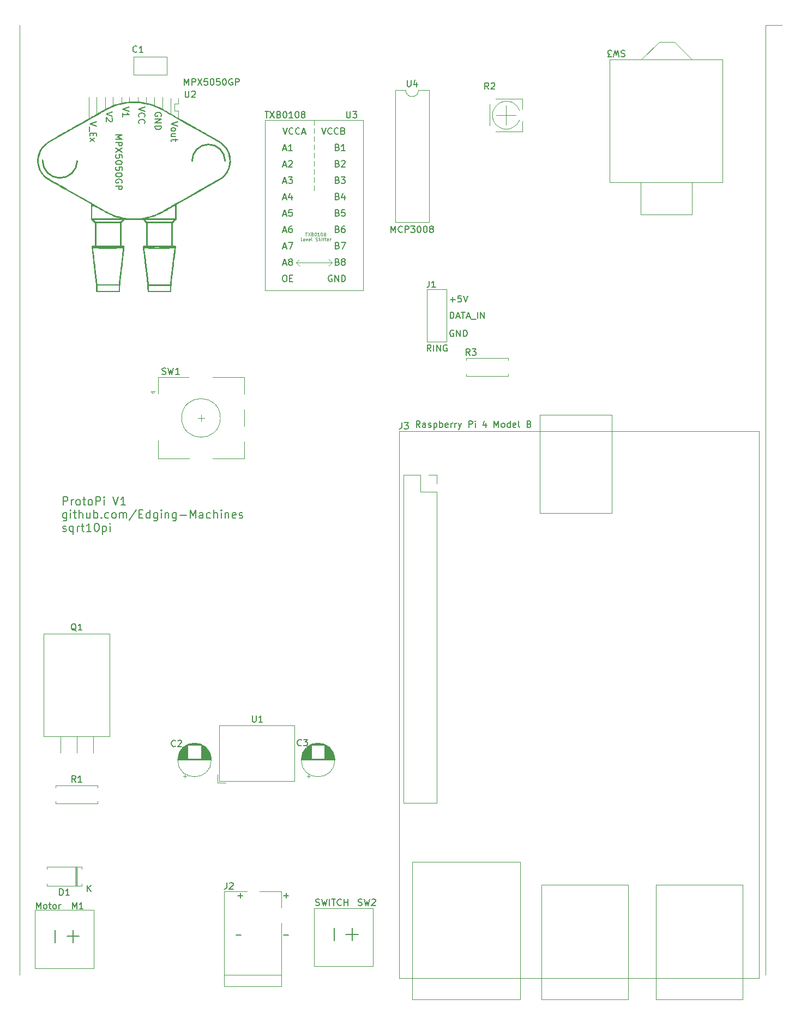
<source format=gbr>
%TF.GenerationSoftware,KiCad,Pcbnew,6.0.3-a3aad9c10e~116~ubuntu20.04.1*%
%TF.CreationDate,2022-03-20T21:21:38-04:00*%
%TF.ProjectId,ProtoPi-Board,50726f74-6f50-4692-9d42-6f6172642e6b,rev?*%
%TF.SameCoordinates,PX68290a0PY76b1be0*%
%TF.FileFunction,Legend,Top*%
%TF.FilePolarity,Positive*%
%FSLAX46Y46*%
G04 Gerber Fmt 4.6, Leading zero omitted, Abs format (unit mm)*
G04 Created by KiCad (PCBNEW 6.0.3-a3aad9c10e~116~ubuntu20.04.1) date 2022-03-20 21:21:38*
%MOMM*%
%LPD*%
G01*
G04 APERTURE LIST*
%ADD10C,0.203200*%
%ADD11C,0.120000*%
%ADD12C,0.150000*%
%ADD13C,0.076200*%
%ADD14C,0.100000*%
%ADD15C,0.254000*%
%ADD16C,2.500000*%
%ADD17C,1.600000*%
%ADD18O,1.600000X1.600000*%
%ADD19C,2.286000*%
%ADD20R,1.800000X1.800000*%
%ADD21O,1.800000X1.800000*%
%ADD22R,1.600000X1.600000*%
%ADD23C,3.302000*%
%ADD24C,3.048000*%
%ADD25R,2.000000X2.000000*%
%ADD26C,2.000000*%
%ADD27R,3.000000X2.500000*%
%ADD28C,1.524000*%
%ADD29C,2.159000*%
%ADD30C,2.540000*%
%ADD31R,1.700000X1.700000*%
%ADD32O,1.700000X1.700000*%
%ADD33O,3.500000X3.500000*%
%ADD34R,1.905000X2.000000*%
%ADD35O,1.905000X2.000000*%
%ADD36R,1.981200X1.981200*%
%ADD37C,1.981200*%
%ADD38R,1.500000X2.300000*%
%ADD39O,1.500000X2.300000*%
G04 APERTURE END LIST*
D10*
X-59255540Y24584177D02*
X-59255540Y25854177D01*
X-58771730Y25854177D01*
X-58650778Y25793700D01*
X-58590301Y25733224D01*
X-58529825Y25612272D01*
X-58529825Y25430843D01*
X-58590301Y25309891D01*
X-58650778Y25249415D01*
X-58771730Y25188939D01*
X-59255540Y25188939D01*
X-57985540Y24584177D02*
X-57985540Y25430843D01*
X-57985540Y25188939D02*
X-57925063Y25309891D01*
X-57864587Y25370367D01*
X-57743635Y25430843D01*
X-57622682Y25430843D01*
X-57017920Y24584177D02*
X-57138873Y24644653D01*
X-57199349Y24705129D01*
X-57259825Y24826081D01*
X-57259825Y25188939D01*
X-57199349Y25309891D01*
X-57138873Y25370367D01*
X-57017920Y25430843D01*
X-56836492Y25430843D01*
X-56715540Y25370367D01*
X-56655063Y25309891D01*
X-56594587Y25188939D01*
X-56594587Y24826081D01*
X-56655063Y24705129D01*
X-56715540Y24644653D01*
X-56836492Y24584177D01*
X-57017920Y24584177D01*
X-56231730Y25430843D02*
X-55747920Y25430843D01*
X-56050301Y25854177D02*
X-56050301Y24765605D01*
X-55989825Y24644653D01*
X-55868873Y24584177D01*
X-55747920Y24584177D01*
X-55143159Y24584177D02*
X-55264111Y24644653D01*
X-55324587Y24705129D01*
X-55385063Y24826081D01*
X-55385063Y25188939D01*
X-55324587Y25309891D01*
X-55264111Y25370367D01*
X-55143159Y25430843D01*
X-54961730Y25430843D01*
X-54840778Y25370367D01*
X-54780301Y25309891D01*
X-54719825Y25188939D01*
X-54719825Y24826081D01*
X-54780301Y24705129D01*
X-54840778Y24644653D01*
X-54961730Y24584177D01*
X-55143159Y24584177D01*
X-54175540Y24584177D02*
X-54175540Y25854177D01*
X-53691730Y25854177D01*
X-53570778Y25793700D01*
X-53510301Y25733224D01*
X-53449825Y25612272D01*
X-53449825Y25430843D01*
X-53510301Y25309891D01*
X-53570778Y25249415D01*
X-53691730Y25188939D01*
X-54175540Y25188939D01*
X-52905540Y24584177D02*
X-52905540Y25430843D01*
X-52905540Y25854177D02*
X-52966016Y25793700D01*
X-52905540Y25733224D01*
X-52845063Y25793700D01*
X-52905540Y25854177D01*
X-52905540Y25733224D01*
X-51514587Y25854177D02*
X-51091254Y24584177D01*
X-50667920Y25854177D01*
X-49579349Y24584177D02*
X-50305063Y24584177D01*
X-49942206Y24584177D02*
X-49942206Y25854177D01*
X-50063159Y25672748D01*
X-50184111Y25551796D01*
X-50305063Y25491320D01*
X-58711254Y23386143D02*
X-58711254Y22358048D01*
X-58771730Y22237096D01*
X-58832206Y22176620D01*
X-58953159Y22116143D01*
X-59134587Y22116143D01*
X-59255540Y22176620D01*
X-58711254Y22599953D02*
X-58832206Y22539477D01*
X-59074111Y22539477D01*
X-59195063Y22599953D01*
X-59255540Y22660429D01*
X-59316016Y22781381D01*
X-59316016Y23144239D01*
X-59255540Y23265191D01*
X-59195063Y23325667D01*
X-59074111Y23386143D01*
X-58832206Y23386143D01*
X-58711254Y23325667D01*
X-58106492Y22539477D02*
X-58106492Y23386143D01*
X-58106492Y23809477D02*
X-58166968Y23749000D01*
X-58106492Y23688524D01*
X-58046016Y23749000D01*
X-58106492Y23809477D01*
X-58106492Y23688524D01*
X-57683159Y23386143D02*
X-57199349Y23386143D01*
X-57501730Y23809477D02*
X-57501730Y22720905D01*
X-57441254Y22599953D01*
X-57320301Y22539477D01*
X-57199349Y22539477D01*
X-56776016Y22539477D02*
X-56776016Y23809477D01*
X-56231730Y22539477D02*
X-56231730Y23204715D01*
X-56292206Y23325667D01*
X-56413159Y23386143D01*
X-56594587Y23386143D01*
X-56715540Y23325667D01*
X-56776016Y23265191D01*
X-55082682Y23386143D02*
X-55082682Y22539477D01*
X-55626968Y23386143D02*
X-55626968Y22720905D01*
X-55566492Y22599953D01*
X-55445540Y22539477D01*
X-55264111Y22539477D01*
X-55143159Y22599953D01*
X-55082682Y22660429D01*
X-54477920Y22539477D02*
X-54477920Y23809477D01*
X-54477920Y23325667D02*
X-54356968Y23386143D01*
X-54115063Y23386143D01*
X-53994111Y23325667D01*
X-53933635Y23265191D01*
X-53873159Y23144239D01*
X-53873159Y22781381D01*
X-53933635Y22660429D01*
X-53994111Y22599953D01*
X-54115063Y22539477D01*
X-54356968Y22539477D01*
X-54477920Y22599953D01*
X-53328873Y22660429D02*
X-53268397Y22599953D01*
X-53328873Y22539477D01*
X-53389349Y22599953D01*
X-53328873Y22660429D01*
X-53328873Y22539477D01*
X-52179825Y22599953D02*
X-52300778Y22539477D01*
X-52542682Y22539477D01*
X-52663635Y22599953D01*
X-52724111Y22660429D01*
X-52784587Y22781381D01*
X-52784587Y23144239D01*
X-52724111Y23265191D01*
X-52663635Y23325667D01*
X-52542682Y23386143D01*
X-52300778Y23386143D01*
X-52179825Y23325667D01*
X-51454111Y22539477D02*
X-51575063Y22599953D01*
X-51635540Y22660429D01*
X-51696016Y22781381D01*
X-51696016Y23144239D01*
X-51635540Y23265191D01*
X-51575063Y23325667D01*
X-51454111Y23386143D01*
X-51272682Y23386143D01*
X-51151730Y23325667D01*
X-51091254Y23265191D01*
X-51030778Y23144239D01*
X-51030778Y22781381D01*
X-51091254Y22660429D01*
X-51151730Y22599953D01*
X-51272682Y22539477D01*
X-51454111Y22539477D01*
X-50486492Y22539477D02*
X-50486492Y23386143D01*
X-50486492Y23265191D02*
X-50426016Y23325667D01*
X-50305063Y23386143D01*
X-50123635Y23386143D01*
X-50002682Y23325667D01*
X-49942206Y23204715D01*
X-49942206Y22539477D01*
X-49942206Y23204715D02*
X-49881730Y23325667D01*
X-49760778Y23386143D01*
X-49579349Y23386143D01*
X-49458397Y23325667D01*
X-49397920Y23204715D01*
X-49397920Y22539477D01*
X-47886016Y23869953D02*
X-48974587Y22237096D01*
X-47462682Y23204715D02*
X-47039349Y23204715D01*
X-46857920Y22539477D02*
X-47462682Y22539477D01*
X-47462682Y23809477D01*
X-46857920Y23809477D01*
X-45769349Y22539477D02*
X-45769349Y23809477D01*
X-45769349Y22599953D02*
X-45890301Y22539477D01*
X-46132206Y22539477D01*
X-46253159Y22599953D01*
X-46313635Y22660429D01*
X-46374111Y22781381D01*
X-46374111Y23144239D01*
X-46313635Y23265191D01*
X-46253159Y23325667D01*
X-46132206Y23386143D01*
X-45890301Y23386143D01*
X-45769349Y23325667D01*
X-44620301Y23386143D02*
X-44620301Y22358048D01*
X-44680778Y22237096D01*
X-44741254Y22176620D01*
X-44862206Y22116143D01*
X-45043635Y22116143D01*
X-45164587Y22176620D01*
X-44620301Y22599953D02*
X-44741254Y22539477D01*
X-44983159Y22539477D01*
X-45104111Y22599953D01*
X-45164587Y22660429D01*
X-45225063Y22781381D01*
X-45225063Y23144239D01*
X-45164587Y23265191D01*
X-45104111Y23325667D01*
X-44983159Y23386143D01*
X-44741254Y23386143D01*
X-44620301Y23325667D01*
X-44015540Y22539477D02*
X-44015540Y23386143D01*
X-44015540Y23809477D02*
X-44076016Y23749000D01*
X-44015540Y23688524D01*
X-43955063Y23749000D01*
X-44015540Y23809477D01*
X-44015540Y23688524D01*
X-43410778Y23386143D02*
X-43410778Y22539477D01*
X-43410778Y23265191D02*
X-43350301Y23325667D01*
X-43229349Y23386143D01*
X-43047920Y23386143D01*
X-42926968Y23325667D01*
X-42866492Y23204715D01*
X-42866492Y22539477D01*
X-41717444Y23386143D02*
X-41717444Y22358048D01*
X-41777920Y22237096D01*
X-41838397Y22176620D01*
X-41959349Y22116143D01*
X-42140778Y22116143D01*
X-42261730Y22176620D01*
X-41717444Y22599953D02*
X-41838397Y22539477D01*
X-42080301Y22539477D01*
X-42201254Y22599953D01*
X-42261730Y22660429D01*
X-42322206Y22781381D01*
X-42322206Y23144239D01*
X-42261730Y23265191D01*
X-42201254Y23325667D01*
X-42080301Y23386143D01*
X-41838397Y23386143D01*
X-41717444Y23325667D01*
X-41112682Y23023286D02*
X-40145063Y23023286D01*
X-39540301Y22539477D02*
X-39540301Y23809477D01*
X-39116968Y22902334D01*
X-38693635Y23809477D01*
X-38693635Y22539477D01*
X-37544587Y22539477D02*
X-37544587Y23204715D01*
X-37605063Y23325667D01*
X-37726016Y23386143D01*
X-37967920Y23386143D01*
X-38088873Y23325667D01*
X-37544587Y22599953D02*
X-37665540Y22539477D01*
X-37967920Y22539477D01*
X-38088873Y22599953D01*
X-38149349Y22720905D01*
X-38149349Y22841858D01*
X-38088873Y22962810D01*
X-37967920Y23023286D01*
X-37665540Y23023286D01*
X-37544587Y23083762D01*
X-36395540Y22599953D02*
X-36516492Y22539477D01*
X-36758397Y22539477D01*
X-36879349Y22599953D01*
X-36939825Y22660429D01*
X-37000301Y22781381D01*
X-37000301Y23144239D01*
X-36939825Y23265191D01*
X-36879349Y23325667D01*
X-36758397Y23386143D01*
X-36516492Y23386143D01*
X-36395540Y23325667D01*
X-35851254Y22539477D02*
X-35851254Y23809477D01*
X-35306968Y22539477D02*
X-35306968Y23204715D01*
X-35367444Y23325667D01*
X-35488397Y23386143D01*
X-35669825Y23386143D01*
X-35790778Y23325667D01*
X-35851254Y23265191D01*
X-34702206Y22539477D02*
X-34702206Y23386143D01*
X-34702206Y23809477D02*
X-34762682Y23749000D01*
X-34702206Y23688524D01*
X-34641730Y23749000D01*
X-34702206Y23809477D01*
X-34702206Y23688524D01*
X-34097444Y23386143D02*
X-34097444Y22539477D01*
X-34097444Y23265191D02*
X-34036968Y23325667D01*
X-33916016Y23386143D01*
X-33734587Y23386143D01*
X-33613635Y23325667D01*
X-33553159Y23204715D01*
X-33553159Y22539477D01*
X-32464587Y22599953D02*
X-32585540Y22539477D01*
X-32827444Y22539477D01*
X-32948397Y22599953D01*
X-33008873Y22720905D01*
X-33008873Y23204715D01*
X-32948397Y23325667D01*
X-32827444Y23386143D01*
X-32585540Y23386143D01*
X-32464587Y23325667D01*
X-32404111Y23204715D01*
X-32404111Y23083762D01*
X-33008873Y22962810D01*
X-31920301Y22599953D02*
X-31799349Y22539477D01*
X-31557444Y22539477D01*
X-31436492Y22599953D01*
X-31376016Y22720905D01*
X-31376016Y22781381D01*
X-31436492Y22902334D01*
X-31557444Y22962810D01*
X-31738873Y22962810D01*
X-31859825Y23023286D01*
X-31920301Y23144239D01*
X-31920301Y23204715D01*
X-31859825Y23325667D01*
X-31738873Y23386143D01*
X-31557444Y23386143D01*
X-31436492Y23325667D01*
X-59316016Y20555253D02*
X-59195063Y20494777D01*
X-58953159Y20494777D01*
X-58832206Y20555253D01*
X-58771730Y20676205D01*
X-58771730Y20736681D01*
X-58832206Y20857634D01*
X-58953159Y20918110D01*
X-59134587Y20918110D01*
X-59255540Y20978586D01*
X-59316016Y21099539D01*
X-59316016Y21160015D01*
X-59255540Y21280967D01*
X-59134587Y21341443D01*
X-58953159Y21341443D01*
X-58832206Y21280967D01*
X-57683159Y21341443D02*
X-57683159Y20071443D01*
X-57683159Y20555253D02*
X-57804111Y20494777D01*
X-58046016Y20494777D01*
X-58166968Y20555253D01*
X-58227444Y20615729D01*
X-58287920Y20736681D01*
X-58287920Y21099539D01*
X-58227444Y21220491D01*
X-58166968Y21280967D01*
X-58046016Y21341443D01*
X-57804111Y21341443D01*
X-57683159Y21280967D01*
X-57078397Y20494777D02*
X-57078397Y21341443D01*
X-57078397Y21099539D02*
X-57017920Y21220491D01*
X-56957444Y21280967D01*
X-56836492Y21341443D01*
X-56715540Y21341443D01*
X-56473635Y21341443D02*
X-55989825Y21341443D01*
X-56292206Y21764777D02*
X-56292206Y20676205D01*
X-56231730Y20555253D01*
X-56110778Y20494777D01*
X-55989825Y20494777D01*
X-54901254Y20494777D02*
X-55626968Y20494777D01*
X-55264111Y20494777D02*
X-55264111Y21764777D01*
X-55385063Y21583348D01*
X-55506016Y21462396D01*
X-55626968Y21401920D01*
X-54115063Y21764777D02*
X-53994111Y21764777D01*
X-53873159Y21704300D01*
X-53812682Y21643824D01*
X-53752206Y21522872D01*
X-53691730Y21280967D01*
X-53691730Y20978586D01*
X-53752206Y20736681D01*
X-53812682Y20615729D01*
X-53873159Y20555253D01*
X-53994111Y20494777D01*
X-54115063Y20494777D01*
X-54236016Y20555253D01*
X-54296492Y20615729D01*
X-54356968Y20736681D01*
X-54417444Y20978586D01*
X-54417444Y21280967D01*
X-54356968Y21522872D01*
X-54296492Y21643824D01*
X-54236016Y21704300D01*
X-54115063Y21764777D01*
X-53147444Y21341443D02*
X-53147444Y20071443D01*
X-53147444Y21280967D02*
X-53026492Y21341443D01*
X-52784587Y21341443D01*
X-52663635Y21280967D01*
X-52603159Y21220491D01*
X-52542682Y21099539D01*
X-52542682Y20736681D01*
X-52603159Y20615729D01*
X-52663635Y20555253D01*
X-52784587Y20494777D01*
X-53026492Y20494777D01*
X-53147444Y20555253D01*
X-51998397Y20494777D02*
X-51998397Y21341443D01*
X-51998397Y21764777D02*
X-52058873Y21704300D01*
X-51998397Y21643824D01*
X-51937920Y21704300D01*
X-51998397Y21764777D01*
X-51998397Y21643824D01*
D11*
X52324000Y99060000D02*
X49784000Y99060000D01*
X-66040000Y99060000D02*
X-66040000Y-48260000D01*
X49784000Y99060000D02*
X49784000Y-48260000D01*
D12*
X-27931667Y85637620D02*
X-27360239Y85637620D01*
X-27645953Y84637620D02*
X-27645953Y85637620D01*
X-27122143Y85637620D02*
X-26455477Y84637620D01*
X-26455477Y85637620D02*
X-27122143Y84637620D01*
X-25741191Y85161429D02*
X-25598334Y85113810D01*
X-25550715Y85066191D01*
X-25503096Y84970953D01*
X-25503096Y84828096D01*
X-25550715Y84732858D01*
X-25598334Y84685239D01*
X-25693572Y84637620D01*
X-26074524Y84637620D01*
X-26074524Y85637620D01*
X-25741191Y85637620D01*
X-25645953Y85590000D01*
X-25598334Y85542381D01*
X-25550715Y85447143D01*
X-25550715Y85351905D01*
X-25598334Y85256667D01*
X-25645953Y85209048D01*
X-25741191Y85161429D01*
X-26074524Y85161429D01*
X-24884048Y85637620D02*
X-24788810Y85637620D01*
X-24693572Y85590000D01*
X-24645953Y85542381D01*
X-24598334Y85447143D01*
X-24550715Y85256667D01*
X-24550715Y85018572D01*
X-24598334Y84828096D01*
X-24645953Y84732858D01*
X-24693572Y84685239D01*
X-24788810Y84637620D01*
X-24884048Y84637620D01*
X-24979286Y84685239D01*
X-25026905Y84732858D01*
X-25074524Y84828096D01*
X-25122143Y85018572D01*
X-25122143Y85256667D01*
X-25074524Y85447143D01*
X-25026905Y85542381D01*
X-24979286Y85590000D01*
X-24884048Y85637620D01*
X-23598334Y84637620D02*
X-24169762Y84637620D01*
X-23884048Y84637620D02*
X-23884048Y85637620D01*
X-23979286Y85494762D01*
X-24074524Y85399524D01*
X-24169762Y85351905D01*
X-22979286Y85637620D02*
X-22884048Y85637620D01*
X-22788810Y85590000D01*
X-22741191Y85542381D01*
X-22693572Y85447143D01*
X-22645953Y85256667D01*
X-22645953Y85018572D01*
X-22693572Y84828096D01*
X-22741191Y84732858D01*
X-22788810Y84685239D01*
X-22884048Y84637620D01*
X-22979286Y84637620D01*
X-23074524Y84685239D01*
X-23122143Y84732858D01*
X-23169762Y84828096D01*
X-23217381Y85018572D01*
X-23217381Y85256667D01*
X-23169762Y85447143D01*
X-23122143Y85542381D01*
X-23074524Y85590000D01*
X-22979286Y85637620D01*
X-22074524Y85209048D02*
X-22169762Y85256667D01*
X-22217381Y85304286D01*
X-22265000Y85399524D01*
X-22265000Y85447143D01*
X-22217381Y85542381D01*
X-22169762Y85590000D01*
X-22074524Y85637620D01*
X-21884048Y85637620D01*
X-21788810Y85590000D01*
X-21741191Y85542381D01*
X-21693572Y85447143D01*
X-21693572Y85399524D01*
X-21741191Y85304286D01*
X-21788810Y85256667D01*
X-21884048Y85209048D01*
X-22074524Y85209048D01*
X-22169762Y85161429D01*
X-22217381Y85113810D01*
X-22265000Y85018572D01*
X-22265000Y84828096D01*
X-22217381Y84732858D01*
X-22169762Y84685239D01*
X-22074524Y84637620D01*
X-21884048Y84637620D01*
X-21788810Y84685239D01*
X-21741191Y84732858D01*
X-21693572Y84828096D01*
X-21693572Y85018572D01*
X-21741191Y85113810D01*
X-21788810Y85161429D01*
X-21884048Y85209048D01*
X-3840715Y36631620D02*
X-4174048Y37107810D01*
X-4412143Y36631620D02*
X-4412143Y37631620D01*
X-4031191Y37631620D01*
X-3935953Y37584000D01*
X-3888334Y37536381D01*
X-3840715Y37441143D01*
X-3840715Y37298286D01*
X-3888334Y37203048D01*
X-3935953Y37155429D01*
X-4031191Y37107810D01*
X-4412143Y37107810D01*
X-2983572Y36631620D02*
X-2983572Y37155429D01*
X-3031191Y37250667D01*
X-3126429Y37298286D01*
X-3316905Y37298286D01*
X-3412143Y37250667D01*
X-2983572Y36679239D02*
X-3078810Y36631620D01*
X-3316905Y36631620D01*
X-3412143Y36679239D01*
X-3459762Y36774477D01*
X-3459762Y36869715D01*
X-3412143Y36964953D01*
X-3316905Y37012572D01*
X-3078810Y37012572D01*
X-2983572Y37060191D01*
X-2555000Y36679239D02*
X-2459762Y36631620D01*
X-2269286Y36631620D01*
X-2174048Y36679239D01*
X-2126429Y36774477D01*
X-2126429Y36822096D01*
X-2174048Y36917334D01*
X-2269286Y36964953D01*
X-2412143Y36964953D01*
X-2507381Y37012572D01*
X-2555000Y37107810D01*
X-2555000Y37155429D01*
X-2507381Y37250667D01*
X-2412143Y37298286D01*
X-2269286Y37298286D01*
X-2174048Y37250667D01*
X-1697858Y37298286D02*
X-1697858Y36298286D01*
X-1697858Y37250667D02*
X-1602620Y37298286D01*
X-1412143Y37298286D01*
X-1316905Y37250667D01*
X-1269286Y37203048D01*
X-1221667Y37107810D01*
X-1221667Y36822096D01*
X-1269286Y36726858D01*
X-1316905Y36679239D01*
X-1412143Y36631620D01*
X-1602620Y36631620D01*
X-1697858Y36679239D01*
X-793096Y36631620D02*
X-793096Y37631620D01*
X-793096Y37250667D02*
X-697858Y37298286D01*
X-507381Y37298286D01*
X-412143Y37250667D01*
X-364524Y37203048D01*
X-316905Y37107810D01*
X-316905Y36822096D01*
X-364524Y36726858D01*
X-412143Y36679239D01*
X-507381Y36631620D01*
X-697858Y36631620D01*
X-793096Y36679239D01*
X492619Y36679239D02*
X397380Y36631620D01*
X206904Y36631620D01*
X111666Y36679239D01*
X64047Y36774477D01*
X64047Y37155429D01*
X111666Y37250667D01*
X206904Y37298286D01*
X397380Y37298286D01*
X492619Y37250667D01*
X540238Y37155429D01*
X540238Y37060191D01*
X64047Y36964953D01*
X968809Y36631620D02*
X968809Y37298286D01*
X968809Y37107810D02*
X1016428Y37203048D01*
X1064047Y37250667D01*
X1159285Y37298286D01*
X1254523Y37298286D01*
X1587857Y36631620D02*
X1587857Y37298286D01*
X1587857Y37107810D02*
X1635476Y37203048D01*
X1683095Y37250667D01*
X1778333Y37298286D01*
X1873571Y37298286D01*
X2111666Y37298286D02*
X2349761Y36631620D01*
X2587857Y37298286D02*
X2349761Y36631620D01*
X2254523Y36393524D01*
X2206904Y36345905D01*
X2111666Y36298286D01*
X3730714Y36631620D02*
X3730714Y37631620D01*
X4111666Y37631620D01*
X4206904Y37584000D01*
X4254523Y37536381D01*
X4302142Y37441143D01*
X4302142Y37298286D01*
X4254523Y37203048D01*
X4206904Y37155429D01*
X4111666Y37107810D01*
X3730714Y37107810D01*
X4730714Y36631620D02*
X4730714Y37298286D01*
X4730714Y37631620D02*
X4683095Y37584000D01*
X4730714Y37536381D01*
X4778333Y37584000D01*
X4730714Y37631620D01*
X4730714Y37536381D01*
X6397380Y37298286D02*
X6397380Y36631620D01*
X6159285Y37679239D02*
X5921190Y36964953D01*
X6540238Y36964953D01*
X7683095Y36631620D02*
X7683095Y37631620D01*
X8016428Y36917334D01*
X8349761Y37631620D01*
X8349761Y36631620D01*
X8968809Y36631620D02*
X8873571Y36679239D01*
X8825952Y36726858D01*
X8778333Y36822096D01*
X8778333Y37107810D01*
X8825952Y37203048D01*
X8873571Y37250667D01*
X8968809Y37298286D01*
X9111666Y37298286D01*
X9206904Y37250667D01*
X9254523Y37203048D01*
X9302142Y37107810D01*
X9302142Y36822096D01*
X9254523Y36726858D01*
X9206904Y36679239D01*
X9111666Y36631620D01*
X8968809Y36631620D01*
X10159285Y36631620D02*
X10159285Y37631620D01*
X10159285Y36679239D02*
X10064047Y36631620D01*
X9873571Y36631620D01*
X9778333Y36679239D01*
X9730714Y36726858D01*
X9683095Y36822096D01*
X9683095Y37107810D01*
X9730714Y37203048D01*
X9778333Y37250667D01*
X9873571Y37298286D01*
X10064047Y37298286D01*
X10159285Y37250667D01*
X11016428Y36679239D02*
X10921190Y36631620D01*
X10730714Y36631620D01*
X10635476Y36679239D01*
X10587857Y36774477D01*
X10587857Y37155429D01*
X10635476Y37250667D01*
X10730714Y37298286D01*
X10921190Y37298286D01*
X11016428Y37250667D01*
X11064047Y37155429D01*
X11064047Y37060191D01*
X10587857Y36964953D01*
X11635476Y36631620D02*
X11540238Y36679239D01*
X11492619Y36774477D01*
X11492619Y37631620D01*
X13111666Y37155429D02*
X13254523Y37107810D01*
X13302142Y37060191D01*
X13349761Y36964953D01*
X13349761Y36822096D01*
X13302142Y36726858D01*
X13254523Y36679239D01*
X13159285Y36631620D01*
X12778333Y36631620D01*
X12778333Y37631620D01*
X13111666Y37631620D01*
X13206904Y37584000D01*
X13254523Y37536381D01*
X13302142Y37441143D01*
X13302142Y37345905D01*
X13254523Y37250667D01*
X13206904Y37203048D01*
X13111666Y37155429D01*
X12778333Y37155429D01*
X-8318096Y66857620D02*
X-8318096Y67857620D01*
X-7984762Y67143334D01*
X-7651429Y67857620D01*
X-7651429Y66857620D01*
X-6603810Y66952858D02*
X-6651429Y66905239D01*
X-6794286Y66857620D01*
X-6889524Y66857620D01*
X-7032381Y66905239D01*
X-7127620Y67000477D01*
X-7175239Y67095715D01*
X-7222858Y67286191D01*
X-7222858Y67429048D01*
X-7175239Y67619524D01*
X-7127620Y67714762D01*
X-7032381Y67810000D01*
X-6889524Y67857620D01*
X-6794286Y67857620D01*
X-6651429Y67810000D01*
X-6603810Y67762381D01*
X-6175239Y66857620D02*
X-6175239Y67857620D01*
X-5794286Y67857620D01*
X-5699048Y67810000D01*
X-5651429Y67762381D01*
X-5603810Y67667143D01*
X-5603810Y67524286D01*
X-5651429Y67429048D01*
X-5699048Y67381429D01*
X-5794286Y67333810D01*
X-6175239Y67333810D01*
X-5270477Y67857620D02*
X-4651429Y67857620D01*
X-4984762Y67476667D01*
X-4841905Y67476667D01*
X-4746667Y67429048D01*
X-4699048Y67381429D01*
X-4651429Y67286191D01*
X-4651429Y67048096D01*
X-4699048Y66952858D01*
X-4746667Y66905239D01*
X-4841905Y66857620D01*
X-5127620Y66857620D01*
X-5222858Y66905239D01*
X-5270477Y66952858D01*
X-4032381Y67857620D02*
X-3937143Y67857620D01*
X-3841905Y67810000D01*
X-3794286Y67762381D01*
X-3746667Y67667143D01*
X-3699048Y67476667D01*
X-3699048Y67238572D01*
X-3746667Y67048096D01*
X-3794286Y66952858D01*
X-3841905Y66905239D01*
X-3937143Y66857620D01*
X-4032381Y66857620D01*
X-4127620Y66905239D01*
X-4175239Y66952858D01*
X-4222858Y67048096D01*
X-4270477Y67238572D01*
X-4270477Y67476667D01*
X-4222858Y67667143D01*
X-4175239Y67762381D01*
X-4127620Y67810000D01*
X-4032381Y67857620D01*
X-3080000Y67857620D02*
X-2984762Y67857620D01*
X-2889524Y67810000D01*
X-2841905Y67762381D01*
X-2794286Y67667143D01*
X-2746667Y67476667D01*
X-2746667Y67238572D01*
X-2794286Y67048096D01*
X-2841905Y66952858D01*
X-2889524Y66905239D01*
X-2984762Y66857620D01*
X-3080000Y66857620D01*
X-3175239Y66905239D01*
X-3222858Y66952858D01*
X-3270477Y67048096D01*
X-3318096Y67238572D01*
X-3318096Y67476667D01*
X-3270477Y67667143D01*
X-3222858Y67762381D01*
X-3175239Y67810000D01*
X-3080000Y67857620D01*
X-2175239Y67429048D02*
X-2270477Y67476667D01*
X-2318096Y67524286D01*
X-2365715Y67619524D01*
X-2365715Y67667143D01*
X-2318096Y67762381D01*
X-2270477Y67810000D01*
X-2175239Y67857620D01*
X-1984762Y67857620D01*
X-1889524Y67810000D01*
X-1841905Y67762381D01*
X-1794286Y67667143D01*
X-1794286Y67619524D01*
X-1841905Y67524286D01*
X-1889524Y67476667D01*
X-1984762Y67429048D01*
X-2175239Y67429048D01*
X-2270477Y67381429D01*
X-2318096Y67333810D01*
X-2365715Y67238572D01*
X-2365715Y67048096D01*
X-2318096Y66952858D01*
X-2270477Y66905239D01*
X-2175239Y66857620D01*
X-1984762Y66857620D01*
X-1889524Y66905239D01*
X-1841905Y66952858D01*
X-1794286Y67048096D01*
X-1794286Y67238572D01*
X-1841905Y67333810D01*
X-1889524Y67381429D01*
X-1984762Y67429048D01*
%TO.C,SW3*%
X27965333Y95074762D02*
X27822476Y95122381D01*
X27584380Y95122381D01*
X27489142Y95074762D01*
X27441523Y95027143D01*
X27393904Y94931905D01*
X27393904Y94836667D01*
X27441523Y94741429D01*
X27489142Y94693810D01*
X27584380Y94646191D01*
X27774857Y94598572D01*
X27870095Y94550953D01*
X27917714Y94503334D01*
X27965333Y94408096D01*
X27965333Y94312858D01*
X27917714Y94217620D01*
X27870095Y94170000D01*
X27774857Y94122381D01*
X27536761Y94122381D01*
X27393904Y94170000D01*
X27060571Y94122381D02*
X26822476Y95122381D01*
X26632000Y94408096D01*
X26441523Y95122381D01*
X26203428Y94122381D01*
X25917714Y94122381D02*
X25298666Y94122381D01*
X25632000Y94503334D01*
X25489142Y94503334D01*
X25393904Y94550953D01*
X25346285Y94598572D01*
X25298666Y94693810D01*
X25298666Y94931905D01*
X25346285Y95027143D01*
X25393904Y95074762D01*
X25489142Y95122381D01*
X25774857Y95122381D01*
X25870095Y95074762D01*
X25917714Y95027143D01*
%TO.C,R1*%
X-57316667Y-18402380D02*
X-57650000Y-17926190D01*
X-57888096Y-18402380D02*
X-57888096Y-17402380D01*
X-57507143Y-17402380D01*
X-57411905Y-17450000D01*
X-57364286Y-17497619D01*
X-57316667Y-17592857D01*
X-57316667Y-17735714D01*
X-57364286Y-17830952D01*
X-57411905Y-17878571D01*
X-57507143Y-17926190D01*
X-57888096Y-17926190D01*
X-56364286Y-18402380D02*
X-56935715Y-18402380D01*
X-56650000Y-18402380D02*
X-56650000Y-17402380D01*
X-56745239Y-17545238D01*
X-56840477Y-17640476D01*
X-56935715Y-17688095D01*
%TO.C,J2*%
X-33861334Y-33996380D02*
X-33861334Y-34710666D01*
X-33908953Y-34853523D01*
X-34004191Y-34948761D01*
X-34147048Y-34996380D01*
X-34242286Y-34996380D01*
X-33432762Y-34091619D02*
X-33385143Y-34044000D01*
X-33289905Y-33996380D01*
X-33051810Y-33996380D01*
X-32956572Y-34044000D01*
X-32908953Y-34091619D01*
X-32861334Y-34186857D01*
X-32861334Y-34282095D01*
X-32908953Y-34424952D01*
X-33480381Y-34996380D01*
X-32861334Y-34996380D01*
X-31369048Y-35996571D02*
X-32130953Y-35996571D01*
X-31750000Y-35615619D02*
X-31750000Y-36377523D01*
X-24257048Y-35996571D02*
X-25018953Y-35996571D01*
X-24638000Y-35615619D02*
X-24638000Y-36377523D01*
X-24257048Y-42092571D02*
X-25018953Y-42092571D01*
X-31623048Y-42092571D02*
X-32384953Y-42092571D01*
%TO.C,D1*%
X-59793096Y-35942380D02*
X-59793096Y-34942380D01*
X-59555000Y-34942380D01*
X-59412143Y-34990000D01*
X-59316905Y-35085238D01*
X-59269286Y-35180476D01*
X-59221667Y-35370952D01*
X-59221667Y-35513809D01*
X-59269286Y-35704285D01*
X-59316905Y-35799523D01*
X-59412143Y-35894761D01*
X-59555000Y-35942380D01*
X-59793096Y-35942380D01*
X-58269286Y-35942380D02*
X-58840715Y-35942380D01*
X-58555000Y-35942380D02*
X-58555000Y-34942380D01*
X-58650239Y-35085238D01*
X-58745477Y-35180476D01*
X-58840715Y-35228095D01*
X-55506905Y-35372380D02*
X-55506905Y-34372380D01*
X-54935477Y-35372380D02*
X-55364048Y-34800952D01*
X-54935477Y-34372380D02*
X-55506905Y-34943809D01*
%TO.C,U3*%
X-15239905Y85637620D02*
X-15239905Y84828096D01*
X-15192286Y84732858D01*
X-15144667Y84685239D01*
X-15049429Y84637620D01*
X-14858953Y84637620D01*
X-14763715Y84685239D01*
X-14716096Y84732858D01*
X-14668477Y84828096D01*
X-14668477Y85637620D01*
X-14287524Y85637620D02*
X-13668477Y85637620D01*
X-14001810Y85256667D01*
X-13858953Y85256667D01*
X-13763715Y85209048D01*
X-13716096Y85161429D01*
X-13668477Y85066191D01*
X-13668477Y84828096D01*
X-13716096Y84732858D01*
X-13763715Y84685239D01*
X-13858953Y84637620D01*
X-14144667Y84637620D01*
X-14239905Y84685239D01*
X-14287524Y84732858D01*
X-25098286Y77303334D02*
X-24622096Y77303334D01*
X-25193524Y77017620D02*
X-24860191Y78017620D01*
X-24526858Y77017620D01*
X-24241143Y77922381D02*
X-24193524Y77970000D01*
X-24098286Y78017620D01*
X-23860191Y78017620D01*
X-23764953Y77970000D01*
X-23717334Y77922381D01*
X-23669715Y77827143D01*
X-23669715Y77731905D01*
X-23717334Y77589048D01*
X-24288762Y77017620D01*
X-23669715Y77017620D01*
X-16660762Y77541429D02*
X-16517905Y77493810D01*
X-16470286Y77446191D01*
X-16422667Y77350953D01*
X-16422667Y77208096D01*
X-16470286Y77112858D01*
X-16517905Y77065239D01*
X-16613143Y77017620D01*
X-16994096Y77017620D01*
X-16994096Y78017620D01*
X-16660762Y78017620D01*
X-16565524Y77970000D01*
X-16517905Y77922381D01*
X-16470286Y77827143D01*
X-16470286Y77731905D01*
X-16517905Y77636667D01*
X-16565524Y77589048D01*
X-16660762Y77541429D01*
X-16994096Y77541429D01*
X-16041715Y77922381D02*
X-15994096Y77970000D01*
X-15898858Y78017620D01*
X-15660762Y78017620D01*
X-15565524Y77970000D01*
X-15517905Y77922381D01*
X-15470286Y77827143D01*
X-15470286Y77731905D01*
X-15517905Y77589048D01*
X-16089334Y77017620D01*
X-15470286Y77017620D01*
X-25129905Y83097620D02*
X-24796572Y82097620D01*
X-24463239Y83097620D01*
X-23558477Y82192858D02*
X-23606096Y82145239D01*
X-23748953Y82097620D01*
X-23844191Y82097620D01*
X-23987048Y82145239D01*
X-24082286Y82240477D01*
X-24129905Y82335715D01*
X-24177524Y82526191D01*
X-24177524Y82669048D01*
X-24129905Y82859524D01*
X-24082286Y82954762D01*
X-23987048Y83050000D01*
X-23844191Y83097620D01*
X-23748953Y83097620D01*
X-23606096Y83050000D01*
X-23558477Y83002381D01*
X-22558477Y82192858D02*
X-22606096Y82145239D01*
X-22748953Y82097620D01*
X-22844191Y82097620D01*
X-22987048Y82145239D01*
X-23082286Y82240477D01*
X-23129905Y82335715D01*
X-23177524Y82526191D01*
X-23177524Y82669048D01*
X-23129905Y82859524D01*
X-23082286Y82954762D01*
X-22987048Y83050000D01*
X-22844191Y83097620D01*
X-22748953Y83097620D01*
X-22606096Y83050000D01*
X-22558477Y83002381D01*
X-22177524Y82383334D02*
X-21701334Y82383334D01*
X-22272762Y82097620D02*
X-21939429Y83097620D01*
X-21606096Y82097620D01*
X-25098286Y79843334D02*
X-24622096Y79843334D01*
X-25193524Y79557620D02*
X-24860191Y80557620D01*
X-24526858Y79557620D01*
X-23669715Y79557620D02*
X-24241143Y79557620D01*
X-23955429Y79557620D02*
X-23955429Y80557620D01*
X-24050667Y80414762D01*
X-24145905Y80319524D01*
X-24241143Y80271905D01*
D13*
X-22122191Y65556191D02*
X-22364096Y65556191D01*
X-22364096Y66064191D01*
X-21759334Y65580381D02*
X-21807715Y65556191D01*
X-21904477Y65556191D01*
X-21952858Y65580381D01*
X-21977048Y65628762D01*
X-21977048Y65822286D01*
X-21952858Y65870667D01*
X-21904477Y65894858D01*
X-21807715Y65894858D01*
X-21759334Y65870667D01*
X-21735143Y65822286D01*
X-21735143Y65773905D01*
X-21977048Y65725524D01*
X-21565810Y65894858D02*
X-21444858Y65556191D01*
X-21323905Y65894858D01*
X-20936858Y65580381D02*
X-20985239Y65556191D01*
X-21082000Y65556191D01*
X-21130381Y65580381D01*
X-21154572Y65628762D01*
X-21154572Y65822286D01*
X-21130381Y65870667D01*
X-21082000Y65894858D01*
X-20985239Y65894858D01*
X-20936858Y65870667D01*
X-20912667Y65822286D01*
X-20912667Y65773905D01*
X-21154572Y65725524D01*
X-20622381Y65556191D02*
X-20670762Y65580381D01*
X-20694953Y65628762D01*
X-20694953Y66064191D01*
X-20066000Y65580381D02*
X-19993429Y65556191D01*
X-19872477Y65556191D01*
X-19824096Y65580381D01*
X-19799905Y65604572D01*
X-19775715Y65652953D01*
X-19775715Y65701334D01*
X-19799905Y65749715D01*
X-19824096Y65773905D01*
X-19872477Y65798096D01*
X-19969239Y65822286D01*
X-20017620Y65846477D01*
X-20041810Y65870667D01*
X-20066000Y65919048D01*
X-20066000Y65967429D01*
X-20041810Y66015810D01*
X-20017620Y66040000D01*
X-19969239Y66064191D01*
X-19848286Y66064191D01*
X-19775715Y66040000D01*
X-19558000Y65556191D02*
X-19558000Y66064191D01*
X-19340286Y65556191D02*
X-19340286Y65822286D01*
X-19364477Y65870667D01*
X-19412858Y65894858D01*
X-19485429Y65894858D01*
X-19533810Y65870667D01*
X-19558000Y65846477D01*
X-19098381Y65556191D02*
X-19098381Y65894858D01*
X-19098381Y66064191D02*
X-19122572Y66040000D01*
X-19098381Y66015810D01*
X-19074191Y66040000D01*
X-19098381Y66064191D01*
X-19098381Y66015810D01*
X-18929048Y65894858D02*
X-18735524Y65894858D01*
X-18856477Y65556191D02*
X-18856477Y65991620D01*
X-18832286Y66040000D01*
X-18783905Y66064191D01*
X-18735524Y66064191D01*
X-18638762Y65894858D02*
X-18445239Y65894858D01*
X-18566191Y66064191D02*
X-18566191Y65628762D01*
X-18542000Y65580381D01*
X-18493620Y65556191D01*
X-18445239Y65556191D01*
X-18082381Y65580381D02*
X-18130762Y65556191D01*
X-18227524Y65556191D01*
X-18275905Y65580381D01*
X-18300096Y65628762D01*
X-18300096Y65822286D01*
X-18275905Y65870667D01*
X-18227524Y65894858D01*
X-18130762Y65894858D01*
X-18082381Y65870667D01*
X-18058191Y65822286D01*
X-18058191Y65773905D01*
X-18300096Y65725524D01*
X-17840477Y65556191D02*
X-17840477Y65894858D01*
X-17840477Y65798096D02*
X-17816286Y65846477D01*
X-17792096Y65870667D01*
X-17743715Y65894858D01*
X-17695334Y65894858D01*
D12*
X-17525905Y60190000D02*
X-17621143Y60237620D01*
X-17764000Y60237620D01*
X-17906858Y60190000D01*
X-18002096Y60094762D01*
X-18049715Y59999524D01*
X-18097334Y59809048D01*
X-18097334Y59666191D01*
X-18049715Y59475715D01*
X-18002096Y59380477D01*
X-17906858Y59285239D01*
X-17764000Y59237620D01*
X-17668762Y59237620D01*
X-17525905Y59285239D01*
X-17478286Y59332858D01*
X-17478286Y59666191D01*
X-17668762Y59666191D01*
X-17049715Y59237620D02*
X-17049715Y60237620D01*
X-16478286Y59237620D01*
X-16478286Y60237620D01*
X-16002096Y59237620D02*
X-16002096Y60237620D01*
X-15764000Y60237620D01*
X-15621143Y60190000D01*
X-15525905Y60094762D01*
X-15478286Y59999524D01*
X-15430667Y59809048D01*
X-15430667Y59666191D01*
X-15478286Y59475715D01*
X-15525905Y59380477D01*
X-15621143Y59285239D01*
X-15764000Y59237620D01*
X-16002096Y59237620D01*
X-19105334Y83097620D02*
X-18772000Y82097620D01*
X-18438667Y83097620D01*
X-17533905Y82192858D02*
X-17581524Y82145239D01*
X-17724381Y82097620D01*
X-17819620Y82097620D01*
X-17962477Y82145239D01*
X-18057715Y82240477D01*
X-18105334Y82335715D01*
X-18152953Y82526191D01*
X-18152953Y82669048D01*
X-18105334Y82859524D01*
X-18057715Y82954762D01*
X-17962477Y83050000D01*
X-17819620Y83097620D01*
X-17724381Y83097620D01*
X-17581524Y83050000D01*
X-17533905Y83002381D01*
X-16533905Y82192858D02*
X-16581524Y82145239D01*
X-16724381Y82097620D01*
X-16819620Y82097620D01*
X-16962477Y82145239D01*
X-17057715Y82240477D01*
X-17105334Y82335715D01*
X-17152953Y82526191D01*
X-17152953Y82669048D01*
X-17105334Y82859524D01*
X-17057715Y82954762D01*
X-16962477Y83050000D01*
X-16819620Y83097620D01*
X-16724381Y83097620D01*
X-16581524Y83050000D01*
X-16533905Y83002381D01*
X-15772000Y82621429D02*
X-15629143Y82573810D01*
X-15581524Y82526191D01*
X-15533905Y82430953D01*
X-15533905Y82288096D01*
X-15581524Y82192858D01*
X-15629143Y82145239D01*
X-15724381Y82097620D01*
X-16105334Y82097620D01*
X-16105334Y83097620D01*
X-15772000Y83097620D01*
X-15676762Y83050000D01*
X-15629143Y83002381D01*
X-15581524Y82907143D01*
X-15581524Y82811905D01*
X-15629143Y82716667D01*
X-15676762Y82669048D01*
X-15772000Y82621429D01*
X-16105334Y82621429D01*
X-25098286Y62063334D02*
X-24622096Y62063334D01*
X-25193524Y61777620D02*
X-24860191Y62777620D01*
X-24526858Y61777620D01*
X-24050667Y62349048D02*
X-24145905Y62396667D01*
X-24193524Y62444286D01*
X-24241143Y62539524D01*
X-24241143Y62587143D01*
X-24193524Y62682381D01*
X-24145905Y62730000D01*
X-24050667Y62777620D01*
X-23860191Y62777620D01*
X-23764953Y62730000D01*
X-23717334Y62682381D01*
X-23669715Y62587143D01*
X-23669715Y62539524D01*
X-23717334Y62444286D01*
X-23764953Y62396667D01*
X-23860191Y62349048D01*
X-24050667Y62349048D01*
X-24145905Y62301429D01*
X-24193524Y62253810D01*
X-24241143Y62158572D01*
X-24241143Y61968096D01*
X-24193524Y61872858D01*
X-24145905Y61825239D01*
X-24050667Y61777620D01*
X-23860191Y61777620D01*
X-23764953Y61825239D01*
X-23717334Y61872858D01*
X-23669715Y61968096D01*
X-23669715Y62158572D01*
X-23717334Y62253810D01*
X-23764953Y62301429D01*
X-23860191Y62349048D01*
X-16660762Y67381429D02*
X-16517905Y67333810D01*
X-16470286Y67286191D01*
X-16422667Y67190953D01*
X-16422667Y67048096D01*
X-16470286Y66952858D01*
X-16517905Y66905239D01*
X-16613143Y66857620D01*
X-16994096Y66857620D01*
X-16994096Y67857620D01*
X-16660762Y67857620D01*
X-16565524Y67810000D01*
X-16517905Y67762381D01*
X-16470286Y67667143D01*
X-16470286Y67571905D01*
X-16517905Y67476667D01*
X-16565524Y67429048D01*
X-16660762Y67381429D01*
X-16994096Y67381429D01*
X-15565524Y67857620D02*
X-15756000Y67857620D01*
X-15851239Y67810000D01*
X-15898858Y67762381D01*
X-15994096Y67619524D01*
X-16041715Y67429048D01*
X-16041715Y67048096D01*
X-15994096Y66952858D01*
X-15946477Y66905239D01*
X-15851239Y66857620D01*
X-15660762Y66857620D01*
X-15565524Y66905239D01*
X-15517905Y66952858D01*
X-15470286Y67048096D01*
X-15470286Y67286191D01*
X-15517905Y67381429D01*
X-15565524Y67429048D01*
X-15660762Y67476667D01*
X-15851239Y67476667D01*
X-15946477Y67429048D01*
X-15994096Y67381429D01*
X-16041715Y67286191D01*
X-16660762Y64841429D02*
X-16517905Y64793810D01*
X-16470286Y64746191D01*
X-16422667Y64650953D01*
X-16422667Y64508096D01*
X-16470286Y64412858D01*
X-16517905Y64365239D01*
X-16613143Y64317620D01*
X-16994096Y64317620D01*
X-16994096Y65317620D01*
X-16660762Y65317620D01*
X-16565524Y65270000D01*
X-16517905Y65222381D01*
X-16470286Y65127143D01*
X-16470286Y65031905D01*
X-16517905Y64936667D01*
X-16565524Y64889048D01*
X-16660762Y64841429D01*
X-16994096Y64841429D01*
X-16089334Y65317620D02*
X-15422667Y65317620D01*
X-15851239Y64317620D01*
X-16660762Y62301429D02*
X-16517905Y62253810D01*
X-16470286Y62206191D01*
X-16422667Y62110953D01*
X-16422667Y61968096D01*
X-16470286Y61872858D01*
X-16517905Y61825239D01*
X-16613143Y61777620D01*
X-16994096Y61777620D01*
X-16994096Y62777620D01*
X-16660762Y62777620D01*
X-16565524Y62730000D01*
X-16517905Y62682381D01*
X-16470286Y62587143D01*
X-16470286Y62491905D01*
X-16517905Y62396667D01*
X-16565524Y62349048D01*
X-16660762Y62301429D01*
X-16994096Y62301429D01*
X-15851239Y62349048D02*
X-15946477Y62396667D01*
X-15994096Y62444286D01*
X-16041715Y62539524D01*
X-16041715Y62587143D01*
X-15994096Y62682381D01*
X-15946477Y62730000D01*
X-15851239Y62777620D01*
X-15660762Y62777620D01*
X-15565524Y62730000D01*
X-15517905Y62682381D01*
X-15470286Y62587143D01*
X-15470286Y62539524D01*
X-15517905Y62444286D01*
X-15565524Y62396667D01*
X-15660762Y62349048D01*
X-15851239Y62349048D01*
X-15946477Y62301429D01*
X-15994096Y62253810D01*
X-16041715Y62158572D01*
X-16041715Y61968096D01*
X-15994096Y61872858D01*
X-15946477Y61825239D01*
X-15851239Y61777620D01*
X-15660762Y61777620D01*
X-15565524Y61825239D01*
X-15517905Y61872858D01*
X-15470286Y61968096D01*
X-15470286Y62158572D01*
X-15517905Y62253810D01*
X-15565524Y62301429D01*
X-15660762Y62349048D01*
X-24931620Y60237620D02*
X-24741143Y60237620D01*
X-24645905Y60190000D01*
X-24550667Y60094762D01*
X-24503048Y59904286D01*
X-24503048Y59570953D01*
X-24550667Y59380477D01*
X-24645905Y59285239D01*
X-24741143Y59237620D01*
X-24931620Y59237620D01*
X-25026858Y59285239D01*
X-25122096Y59380477D01*
X-25169715Y59570953D01*
X-25169715Y59904286D01*
X-25122096Y60094762D01*
X-25026858Y60190000D01*
X-24931620Y60237620D01*
X-24074477Y59761429D02*
X-23741143Y59761429D01*
X-23598286Y59237620D02*
X-24074477Y59237620D01*
X-24074477Y60237620D01*
X-23598286Y60237620D01*
X-16660762Y69921429D02*
X-16517905Y69873810D01*
X-16470286Y69826191D01*
X-16422667Y69730953D01*
X-16422667Y69588096D01*
X-16470286Y69492858D01*
X-16517905Y69445239D01*
X-16613143Y69397620D01*
X-16994096Y69397620D01*
X-16994096Y70397620D01*
X-16660762Y70397620D01*
X-16565524Y70350000D01*
X-16517905Y70302381D01*
X-16470286Y70207143D01*
X-16470286Y70111905D01*
X-16517905Y70016667D01*
X-16565524Y69969048D01*
X-16660762Y69921429D01*
X-16994096Y69921429D01*
X-15517905Y70397620D02*
X-15994096Y70397620D01*
X-16041715Y69921429D01*
X-15994096Y69969048D01*
X-15898858Y70016667D01*
X-15660762Y70016667D01*
X-15565524Y69969048D01*
X-15517905Y69921429D01*
X-15470286Y69826191D01*
X-15470286Y69588096D01*
X-15517905Y69492858D01*
X-15565524Y69445239D01*
X-15660762Y69397620D01*
X-15898858Y69397620D01*
X-15994096Y69445239D01*
X-16041715Y69492858D01*
X-16660762Y80081429D02*
X-16517905Y80033810D01*
X-16470286Y79986191D01*
X-16422667Y79890953D01*
X-16422667Y79748096D01*
X-16470286Y79652858D01*
X-16517905Y79605239D01*
X-16613143Y79557620D01*
X-16994096Y79557620D01*
X-16994096Y80557620D01*
X-16660762Y80557620D01*
X-16565524Y80510000D01*
X-16517905Y80462381D01*
X-16470286Y80367143D01*
X-16470286Y80271905D01*
X-16517905Y80176667D01*
X-16565524Y80129048D01*
X-16660762Y80081429D01*
X-16994096Y80081429D01*
X-15470286Y79557620D02*
X-16041715Y79557620D01*
X-15756000Y79557620D02*
X-15756000Y80557620D01*
X-15851239Y80414762D01*
X-15946477Y80319524D01*
X-16041715Y80271905D01*
D13*
X-21674667Y66826191D02*
X-21384381Y66826191D01*
X-21529524Y66318191D02*
X-21529524Y66826191D01*
X-21263429Y66826191D02*
X-20924762Y66318191D01*
X-20924762Y66826191D02*
X-21263429Y66318191D01*
X-20561905Y66584286D02*
X-20489334Y66560096D01*
X-20465143Y66535905D01*
X-20440953Y66487524D01*
X-20440953Y66414953D01*
X-20465143Y66366572D01*
X-20489334Y66342381D01*
X-20537715Y66318191D01*
X-20731239Y66318191D01*
X-20731239Y66826191D01*
X-20561905Y66826191D01*
X-20513524Y66802000D01*
X-20489334Y66777810D01*
X-20465143Y66729429D01*
X-20465143Y66681048D01*
X-20489334Y66632667D01*
X-20513524Y66608477D01*
X-20561905Y66584286D01*
X-20731239Y66584286D01*
X-20126477Y66826191D02*
X-20078096Y66826191D01*
X-20029715Y66802000D01*
X-20005524Y66777810D01*
X-19981334Y66729429D01*
X-19957143Y66632667D01*
X-19957143Y66511715D01*
X-19981334Y66414953D01*
X-20005524Y66366572D01*
X-20029715Y66342381D01*
X-20078096Y66318191D01*
X-20126477Y66318191D01*
X-20174858Y66342381D01*
X-20199048Y66366572D01*
X-20223239Y66414953D01*
X-20247429Y66511715D01*
X-20247429Y66632667D01*
X-20223239Y66729429D01*
X-20199048Y66777810D01*
X-20174858Y66802000D01*
X-20126477Y66826191D01*
X-19473334Y66318191D02*
X-19763620Y66318191D01*
X-19618477Y66318191D02*
X-19618477Y66826191D01*
X-19666858Y66753620D01*
X-19715239Y66705239D01*
X-19763620Y66681048D01*
X-19158858Y66826191D02*
X-19110477Y66826191D01*
X-19062096Y66802000D01*
X-19037905Y66777810D01*
X-19013715Y66729429D01*
X-18989524Y66632667D01*
X-18989524Y66511715D01*
X-19013715Y66414953D01*
X-19037905Y66366572D01*
X-19062096Y66342381D01*
X-19110477Y66318191D01*
X-19158858Y66318191D01*
X-19207239Y66342381D01*
X-19231429Y66366572D01*
X-19255620Y66414953D01*
X-19279810Y66511715D01*
X-19279810Y66632667D01*
X-19255620Y66729429D01*
X-19231429Y66777810D01*
X-19207239Y66802000D01*
X-19158858Y66826191D01*
X-18699239Y66608477D02*
X-18747620Y66632667D01*
X-18771810Y66656858D01*
X-18796000Y66705239D01*
X-18796000Y66729429D01*
X-18771810Y66777810D01*
X-18747620Y66802000D01*
X-18699239Y66826191D01*
X-18602477Y66826191D01*
X-18554096Y66802000D01*
X-18529905Y66777810D01*
X-18505715Y66729429D01*
X-18505715Y66705239D01*
X-18529905Y66656858D01*
X-18554096Y66632667D01*
X-18602477Y66608477D01*
X-18699239Y66608477D01*
X-18747620Y66584286D01*
X-18771810Y66560096D01*
X-18796000Y66511715D01*
X-18796000Y66414953D01*
X-18771810Y66366572D01*
X-18747620Y66342381D01*
X-18699239Y66318191D01*
X-18602477Y66318191D01*
X-18554096Y66342381D01*
X-18529905Y66366572D01*
X-18505715Y66414953D01*
X-18505715Y66511715D01*
X-18529905Y66560096D01*
X-18554096Y66584286D01*
X-18602477Y66608477D01*
D12*
X-25098286Y72223334D02*
X-24622096Y72223334D01*
X-25193524Y71937620D02*
X-24860191Y72937620D01*
X-24526858Y71937620D01*
X-23764953Y72604286D02*
X-23764953Y71937620D01*
X-24003048Y72985239D02*
X-24241143Y72270953D01*
X-23622096Y72270953D01*
X-25098286Y67143334D02*
X-24622096Y67143334D01*
X-25193524Y66857620D02*
X-24860191Y67857620D01*
X-24526858Y66857620D01*
X-23764953Y67857620D02*
X-23955429Y67857620D01*
X-24050667Y67810000D01*
X-24098286Y67762381D01*
X-24193524Y67619524D01*
X-24241143Y67429048D01*
X-24241143Y67048096D01*
X-24193524Y66952858D01*
X-24145905Y66905239D01*
X-24050667Y66857620D01*
X-23860191Y66857620D01*
X-23764953Y66905239D01*
X-23717334Y66952858D01*
X-23669715Y67048096D01*
X-23669715Y67286191D01*
X-23717334Y67381429D01*
X-23764953Y67429048D01*
X-23860191Y67476667D01*
X-24050667Y67476667D01*
X-24145905Y67429048D01*
X-24193524Y67381429D01*
X-24241143Y67286191D01*
X-25098286Y69683334D02*
X-24622096Y69683334D01*
X-25193524Y69397620D02*
X-24860191Y70397620D01*
X-24526858Y69397620D01*
X-23717334Y70397620D02*
X-24193524Y70397620D01*
X-24241143Y69921429D01*
X-24193524Y69969048D01*
X-24098286Y70016667D01*
X-23860191Y70016667D01*
X-23764953Y69969048D01*
X-23717334Y69921429D01*
X-23669715Y69826191D01*
X-23669715Y69588096D01*
X-23717334Y69492858D01*
X-23764953Y69445239D01*
X-23860191Y69397620D01*
X-24098286Y69397620D01*
X-24193524Y69445239D01*
X-24241143Y69492858D01*
X-16660762Y75001429D02*
X-16517905Y74953810D01*
X-16470286Y74906191D01*
X-16422667Y74810953D01*
X-16422667Y74668096D01*
X-16470286Y74572858D01*
X-16517905Y74525239D01*
X-16613143Y74477620D01*
X-16994096Y74477620D01*
X-16994096Y75477620D01*
X-16660762Y75477620D01*
X-16565524Y75430000D01*
X-16517905Y75382381D01*
X-16470286Y75287143D01*
X-16470286Y75191905D01*
X-16517905Y75096667D01*
X-16565524Y75049048D01*
X-16660762Y75001429D01*
X-16994096Y75001429D01*
X-16089334Y75477620D02*
X-15470286Y75477620D01*
X-15803620Y75096667D01*
X-15660762Y75096667D01*
X-15565524Y75049048D01*
X-15517905Y75001429D01*
X-15470286Y74906191D01*
X-15470286Y74668096D01*
X-15517905Y74572858D01*
X-15565524Y74525239D01*
X-15660762Y74477620D01*
X-15946477Y74477620D01*
X-16041715Y74525239D01*
X-16089334Y74572858D01*
X-16660762Y72461429D02*
X-16517905Y72413810D01*
X-16470286Y72366191D01*
X-16422667Y72270953D01*
X-16422667Y72128096D01*
X-16470286Y72032858D01*
X-16517905Y71985239D01*
X-16613143Y71937620D01*
X-16994096Y71937620D01*
X-16994096Y72937620D01*
X-16660762Y72937620D01*
X-16565524Y72890000D01*
X-16517905Y72842381D01*
X-16470286Y72747143D01*
X-16470286Y72651905D01*
X-16517905Y72556667D01*
X-16565524Y72509048D01*
X-16660762Y72461429D01*
X-16994096Y72461429D01*
X-15565524Y72604286D02*
X-15565524Y71937620D01*
X-15803620Y72985239D02*
X-16041715Y72270953D01*
X-15422667Y72270953D01*
X-25098286Y64603334D02*
X-24622096Y64603334D01*
X-25193524Y64317620D02*
X-24860191Y65317620D01*
X-24526858Y64317620D01*
X-24288762Y65317620D02*
X-23622096Y65317620D01*
X-24050667Y64317620D01*
X-25098286Y74763334D02*
X-24622096Y74763334D01*
X-25193524Y74477620D02*
X-24860191Y75477620D01*
X-24526858Y74477620D01*
X-24288762Y75477620D02*
X-23669715Y75477620D01*
X-24003048Y75096667D01*
X-23860191Y75096667D01*
X-23764953Y75049048D01*
X-23717334Y75001429D01*
X-23669715Y74906191D01*
X-23669715Y74668096D01*
X-23717334Y74572858D01*
X-23764953Y74525239D01*
X-23860191Y74477620D01*
X-24145905Y74477620D01*
X-24241143Y74525239D01*
X-24288762Y74572858D01*
%TO.C,U4*%
X-5831905Y90492620D02*
X-5831905Y89683096D01*
X-5784286Y89587858D01*
X-5736667Y89540239D01*
X-5641429Y89492620D01*
X-5450953Y89492620D01*
X-5355715Y89540239D01*
X-5308096Y89587858D01*
X-5260477Y89683096D01*
X-5260477Y90492620D01*
X-4355715Y90159286D02*
X-4355715Y89492620D01*
X-4593810Y90540239D02*
X-4831905Y89825953D01*
X-4212858Y89825953D01*
%TO.C,M1*%
X-57830405Y-38044380D02*
X-57830405Y-37044380D01*
X-57497072Y-37758666D01*
X-57163739Y-37044380D01*
X-57163739Y-38044380D01*
X-56163739Y-38044380D02*
X-56735167Y-38044380D01*
X-56449453Y-38044380D02*
X-56449453Y-37044380D01*
X-56544691Y-37187238D01*
X-56639929Y-37282476D01*
X-56735167Y-37330095D01*
X-63418405Y-38044380D02*
X-63418405Y-37044380D01*
X-63085072Y-37758666D01*
X-62751739Y-37044380D01*
X-62751739Y-38044380D01*
X-62132691Y-38044380D02*
X-62227929Y-37996761D01*
X-62275548Y-37949142D01*
X-62323167Y-37853904D01*
X-62323167Y-37568190D01*
X-62275548Y-37472952D01*
X-62227929Y-37425333D01*
X-62132691Y-37377714D01*
X-61989834Y-37377714D01*
X-61894596Y-37425333D01*
X-61846977Y-37472952D01*
X-61799358Y-37568190D01*
X-61799358Y-37853904D01*
X-61846977Y-37949142D01*
X-61894596Y-37996761D01*
X-61989834Y-38044380D01*
X-62132691Y-38044380D01*
X-61513643Y-37377714D02*
X-61132691Y-37377714D01*
X-61370786Y-37044380D02*
X-61370786Y-37901523D01*
X-61323167Y-37996761D01*
X-61227929Y-38044380D01*
X-61132691Y-38044380D01*
X-60656500Y-38044380D02*
X-60751739Y-37996761D01*
X-60799358Y-37949142D01*
X-60846977Y-37853904D01*
X-60846977Y-37568190D01*
X-60799358Y-37472952D01*
X-60751739Y-37425333D01*
X-60656500Y-37377714D01*
X-60513643Y-37377714D01*
X-60418405Y-37425333D01*
X-60370786Y-37472952D01*
X-60323167Y-37568190D01*
X-60323167Y-37853904D01*
X-60370786Y-37949142D01*
X-60418405Y-37996761D01*
X-60513643Y-38044380D01*
X-60656500Y-38044380D01*
X-59894596Y-38044380D02*
X-59894596Y-37377714D01*
X-59894596Y-37568190D02*
X-59846977Y-37472952D01*
X-59799358Y-37425333D01*
X-59704120Y-37377714D01*
X-59608881Y-37377714D01*
X-60506429Y-41323380D02*
X-60506429Y-43258619D01*
X-57712429Y-41323380D02*
X-57712429Y-43258619D01*
X-58680048Y-42291000D02*
X-56744810Y-42291000D01*
%TO.C,SW1*%
X-43883334Y44895239D02*
X-43740477Y44847620D01*
X-43502381Y44847620D01*
X-43407143Y44895239D01*
X-43359524Y44942858D01*
X-43311905Y45038096D01*
X-43311905Y45133334D01*
X-43359524Y45228572D01*
X-43407143Y45276191D01*
X-43502381Y45323810D01*
X-43692858Y45371429D01*
X-43788096Y45419048D01*
X-43835715Y45466667D01*
X-43883334Y45561905D01*
X-43883334Y45657143D01*
X-43835715Y45752381D01*
X-43788096Y45800000D01*
X-43692858Y45847620D01*
X-43454762Y45847620D01*
X-43311905Y45800000D01*
X-42978572Y45847620D02*
X-42740477Y44847620D01*
X-42550000Y45561905D01*
X-42359524Y44847620D01*
X-42121429Y45847620D01*
X-41216667Y44847620D02*
X-41788096Y44847620D01*
X-41502381Y44847620D02*
X-41502381Y45847620D01*
X-41597620Y45704762D01*
X-41692858Y45609524D01*
X-41788096Y45561905D01*
%TO.C,R2*%
X6818333Y89082620D02*
X6485000Y89558810D01*
X6246904Y89082620D02*
X6246904Y90082620D01*
X6627857Y90082620D01*
X6723095Y90035000D01*
X6770714Y89987381D01*
X6818333Y89892143D01*
X6818333Y89749286D01*
X6770714Y89654048D01*
X6723095Y89606429D01*
X6627857Y89558810D01*
X6246904Y89558810D01*
X7199285Y89987381D02*
X7246904Y90035000D01*
X7342142Y90082620D01*
X7580238Y90082620D01*
X7675476Y90035000D01*
X7723095Y89987381D01*
X7770714Y89892143D01*
X7770714Y89796905D01*
X7723095Y89654048D01*
X7151666Y89082620D01*
X7770714Y89082620D01*
%TO.C,J1*%
X-2426691Y59348620D02*
X-2426691Y58634334D01*
X-2474310Y58491477D01*
X-2569548Y58396239D01*
X-2712405Y58348620D01*
X-2807643Y58348620D01*
X-1426691Y58348620D02*
X-1998120Y58348620D01*
X-1712405Y58348620D02*
X-1712405Y59348620D01*
X-1807643Y59205762D01*
X-1902881Y59110524D01*
X-1998120Y59062905D01*
X1367404Y51681000D02*
X1272166Y51728620D01*
X1129309Y51728620D01*
X986452Y51681000D01*
X891214Y51585762D01*
X843595Y51490524D01*
X795976Y51300048D01*
X795976Y51157191D01*
X843595Y50966715D01*
X891214Y50871477D01*
X986452Y50776239D01*
X1129309Y50728620D01*
X1224547Y50728620D01*
X1367404Y50776239D01*
X1415023Y50823858D01*
X1415023Y51157191D01*
X1224547Y51157191D01*
X1843595Y50728620D02*
X1843595Y51728620D01*
X2415023Y50728620D01*
X2415023Y51728620D01*
X2891214Y50728620D02*
X2891214Y51728620D01*
X3129309Y51728620D01*
X3272166Y51681000D01*
X3367404Y51585762D01*
X3415023Y51490524D01*
X3462642Y51300048D01*
X3462642Y51157191D01*
X3415023Y50966715D01*
X3367404Y50871477D01*
X3272166Y50776239D01*
X3129309Y50728620D01*
X2891214Y50728620D01*
X843595Y56443572D02*
X1605500Y56443572D01*
X1224547Y56062620D02*
X1224547Y56824524D01*
X2557880Y57062620D02*
X2081690Y57062620D01*
X2034071Y56586429D01*
X2081690Y56634048D01*
X2176928Y56681667D01*
X2415023Y56681667D01*
X2510261Y56634048D01*
X2557880Y56586429D01*
X2605500Y56491191D01*
X2605500Y56253096D01*
X2557880Y56157858D01*
X2510261Y56110239D01*
X2415023Y56062620D01*
X2176928Y56062620D01*
X2081690Y56110239D01*
X2034071Y56157858D01*
X2891214Y57062620D02*
X3224547Y56062620D01*
X3557880Y57062620D01*
X843595Y53522620D02*
X843595Y54522620D01*
X1081690Y54522620D01*
X1224547Y54475000D01*
X1319785Y54379762D01*
X1367404Y54284524D01*
X1415023Y54094048D01*
X1415023Y53951191D01*
X1367404Y53760715D01*
X1319785Y53665477D01*
X1224547Y53570239D01*
X1081690Y53522620D01*
X843595Y53522620D01*
X1795976Y53808334D02*
X2272166Y53808334D01*
X1700738Y53522620D02*
X2034071Y54522620D01*
X2367404Y53522620D01*
X2557880Y54522620D02*
X3129309Y54522620D01*
X2843595Y53522620D02*
X2843595Y54522620D01*
X3415023Y53808334D02*
X3891214Y53808334D01*
X3319785Y53522620D02*
X3653119Y54522620D01*
X3986452Y53522620D01*
X4081690Y53427381D02*
X4843595Y53427381D01*
X5081690Y53522620D02*
X5081690Y54522620D01*
X5557880Y53522620D02*
X5557880Y54522620D01*
X6129309Y53522620D01*
X6129309Y54522620D01*
X-2140977Y48442620D02*
X-2474310Y48918810D01*
X-2712405Y48442620D02*
X-2712405Y49442620D01*
X-2331453Y49442620D01*
X-2236215Y49395000D01*
X-2188596Y49347381D01*
X-2140977Y49252143D01*
X-2140977Y49109286D01*
X-2188596Y49014048D01*
X-2236215Y48966429D01*
X-2331453Y48918810D01*
X-2712405Y48918810D01*
X-1712405Y48442620D02*
X-1712405Y49442620D01*
X-1236215Y48442620D02*
X-1236215Y49442620D01*
X-664786Y48442620D01*
X-664786Y49442620D01*
X335214Y49395000D02*
X239976Y49442620D01*
X97119Y49442620D01*
X-45739Y49395000D01*
X-140977Y49299762D01*
X-188596Y49204524D01*
X-236215Y49014048D01*
X-236215Y48871191D01*
X-188596Y48680715D01*
X-140977Y48585477D01*
X-45739Y48490239D01*
X97119Y48442620D01*
X192357Y48442620D01*
X335214Y48490239D01*
X382833Y48537858D01*
X382833Y48871191D01*
X192357Y48871191D01*
%TO.C,R3*%
X3897333Y47807620D02*
X3564000Y48283810D01*
X3325904Y47807620D02*
X3325904Y48807620D01*
X3706857Y48807620D01*
X3802095Y48760000D01*
X3849714Y48712381D01*
X3897333Y48617143D01*
X3897333Y48474286D01*
X3849714Y48379048D01*
X3802095Y48331429D01*
X3706857Y48283810D01*
X3325904Y48283810D01*
X4230666Y48807620D02*
X4849714Y48807620D01*
X4516380Y48426667D01*
X4659238Y48426667D01*
X4754476Y48379048D01*
X4802095Y48331429D01*
X4849714Y48236191D01*
X4849714Y47998096D01*
X4802095Y47902858D01*
X4754476Y47855239D01*
X4659238Y47807620D01*
X4373523Y47807620D01*
X4278285Y47855239D01*
X4230666Y47902858D01*
%TO.C,C3*%
X-22264667Y-12676142D02*
X-22312286Y-12723761D01*
X-22455143Y-12771380D01*
X-22550381Y-12771380D01*
X-22693239Y-12723761D01*
X-22788477Y-12628523D01*
X-22836096Y-12533285D01*
X-22883715Y-12342809D01*
X-22883715Y-12199952D01*
X-22836096Y-12009476D01*
X-22788477Y-11914238D01*
X-22693239Y-11819000D01*
X-22550381Y-11771380D01*
X-22455143Y-11771380D01*
X-22312286Y-11819000D01*
X-22264667Y-11866619D01*
X-21931334Y-11771380D02*
X-21312286Y-11771380D01*
X-21645620Y-12152333D01*
X-21502762Y-12152333D01*
X-21407524Y-12199952D01*
X-21359905Y-12247571D01*
X-21312286Y-12342809D01*
X-21312286Y-12580904D01*
X-21359905Y-12676142D01*
X-21407524Y-12723761D01*
X-21502762Y-12771380D01*
X-21788477Y-12771380D01*
X-21883715Y-12723761D01*
X-21931334Y-12676142D01*
%TO.C,SW2*%
X-13428024Y-37488761D02*
X-13285167Y-37536380D01*
X-13047072Y-37536380D01*
X-12951834Y-37488761D01*
X-12904215Y-37441142D01*
X-12856596Y-37345904D01*
X-12856596Y-37250666D01*
X-12904215Y-37155428D01*
X-12951834Y-37107809D01*
X-13047072Y-37060190D01*
X-13237548Y-37012571D01*
X-13332786Y-36964952D01*
X-13380405Y-36917333D01*
X-13428024Y-36822095D01*
X-13428024Y-36726857D01*
X-13380405Y-36631619D01*
X-13332786Y-36584000D01*
X-13237548Y-36536380D01*
X-12999453Y-36536380D01*
X-12856596Y-36584000D01*
X-12523262Y-36536380D02*
X-12285167Y-37536380D01*
X-12094691Y-36822095D01*
X-11904215Y-37536380D01*
X-11666120Y-36536380D01*
X-11332786Y-36631619D02*
X-11285167Y-36584000D01*
X-11189929Y-36536380D01*
X-10951834Y-36536380D01*
X-10856596Y-36584000D01*
X-10808977Y-36631619D01*
X-10761358Y-36726857D01*
X-10761358Y-36822095D01*
X-10808977Y-36964952D01*
X-11380405Y-37536380D01*
X-10761358Y-37536380D01*
X-20032024Y-37488761D02*
X-19889167Y-37536380D01*
X-19651072Y-37536380D01*
X-19555834Y-37488761D01*
X-19508215Y-37441142D01*
X-19460596Y-37345904D01*
X-19460596Y-37250666D01*
X-19508215Y-37155428D01*
X-19555834Y-37107809D01*
X-19651072Y-37060190D01*
X-19841548Y-37012571D01*
X-19936786Y-36964952D01*
X-19984405Y-36917333D01*
X-20032024Y-36822095D01*
X-20032024Y-36726857D01*
X-19984405Y-36631619D01*
X-19936786Y-36584000D01*
X-19841548Y-36536380D01*
X-19603453Y-36536380D01*
X-19460596Y-36584000D01*
X-19127262Y-36536380D02*
X-18889167Y-37536380D01*
X-18698691Y-36822095D01*
X-18508215Y-37536380D01*
X-18270120Y-36536380D01*
X-17889167Y-37536380D02*
X-17889167Y-36536380D01*
X-17555834Y-36536380D02*
X-16984405Y-36536380D01*
X-17270120Y-37536380D02*
X-17270120Y-36536380D01*
X-16079643Y-37441142D02*
X-16127262Y-37488761D01*
X-16270120Y-37536380D01*
X-16365358Y-37536380D01*
X-16508215Y-37488761D01*
X-16603453Y-37393523D01*
X-16651072Y-37298285D01*
X-16698691Y-37107809D01*
X-16698691Y-36964952D01*
X-16651072Y-36774476D01*
X-16603453Y-36679238D01*
X-16508215Y-36584000D01*
X-16365358Y-36536380D01*
X-16270120Y-36536380D01*
X-16127262Y-36584000D01*
X-16079643Y-36631619D01*
X-15651072Y-37536380D02*
X-15651072Y-36536380D01*
X-15651072Y-37012571D02*
X-15079643Y-37012571D01*
X-15079643Y-37536380D02*
X-15079643Y-36536380D01*
X-14405429Y-41051880D02*
X-14405429Y-42987119D01*
X-15373048Y-42019500D02*
X-13437810Y-42019500D01*
X-17199429Y-41051880D02*
X-17199429Y-42987119D01*
%TO.C,J3*%
X-6683334Y37377620D02*
X-6683334Y36663334D01*
X-6730953Y36520477D01*
X-6826191Y36425239D01*
X-6969048Y36377620D01*
X-7064286Y36377620D01*
X-6302381Y37377620D02*
X-5683334Y37377620D01*
X-6016667Y36996667D01*
X-5873810Y36996667D01*
X-5778572Y36949048D01*
X-5730953Y36901429D01*
X-5683334Y36806191D01*
X-5683334Y36568096D01*
X-5730953Y36472858D01*
X-5778572Y36425239D01*
X-5873810Y36377620D01*
X-6159524Y36377620D01*
X-6254762Y36425239D01*
X-6302381Y36472858D01*
%TO.C,Q1*%
X-57245239Y5087381D02*
X-57340477Y5135000D01*
X-57435715Y5230239D01*
X-57578572Y5373096D01*
X-57673810Y5420715D01*
X-57769048Y5420715D01*
X-57721429Y5182620D02*
X-57816667Y5230239D01*
X-57911905Y5325477D01*
X-57959524Y5515953D01*
X-57959524Y5849286D01*
X-57911905Y6039762D01*
X-57816667Y6135000D01*
X-57721429Y6182620D01*
X-57530953Y6182620D01*
X-57435715Y6135000D01*
X-57340477Y6039762D01*
X-57292858Y5849286D01*
X-57292858Y5515953D01*
X-57340477Y5325477D01*
X-57435715Y5230239D01*
X-57530953Y5182620D01*
X-57721429Y5182620D01*
X-56340477Y5182620D02*
X-56911905Y5182620D01*
X-56626191Y5182620D02*
X-56626191Y6182620D01*
X-56721429Y6039762D01*
X-56816667Y5944524D01*
X-56911905Y5896905D01*
%TO.C,C2*%
X-41822667Y-12803142D02*
X-41870286Y-12850761D01*
X-42013143Y-12898380D01*
X-42108381Y-12898380D01*
X-42251239Y-12850761D01*
X-42346477Y-12755523D01*
X-42394096Y-12660285D01*
X-42441715Y-12469809D01*
X-42441715Y-12326952D01*
X-42394096Y-12136476D01*
X-42346477Y-12041238D01*
X-42251239Y-11946000D01*
X-42108381Y-11898380D01*
X-42013143Y-11898380D01*
X-41870286Y-11946000D01*
X-41822667Y-11993619D01*
X-41441715Y-11993619D02*
X-41394096Y-11946000D01*
X-41298858Y-11898380D01*
X-41060762Y-11898380D01*
X-40965524Y-11946000D01*
X-40917905Y-11993619D01*
X-40870286Y-12088857D01*
X-40870286Y-12184095D01*
X-40917905Y-12326952D01*
X-41489334Y-12898380D01*
X-40870286Y-12898380D01*
%TO.C,U2*%
X-40304405Y88812620D02*
X-40304405Y88003096D01*
X-40256786Y87907858D01*
X-40209167Y87860239D01*
X-40113929Y87812620D01*
X-39923453Y87812620D01*
X-39828215Y87860239D01*
X-39780596Y87907858D01*
X-39732977Y88003096D01*
X-39732977Y88812620D01*
X-39304405Y88717381D02*
X-39256786Y88765000D01*
X-39161548Y88812620D01*
X-38923453Y88812620D01*
X-38828215Y88765000D01*
X-38780596Y88717381D01*
X-38732977Y88622143D01*
X-38732977Y88526905D01*
X-38780596Y88384048D01*
X-39352024Y87812620D01*
X-38732977Y87812620D01*
X-41502081Y84059062D02*
X-42502081Y83725729D01*
X-41502081Y83392396D01*
X-42502081Y82916205D02*
X-42454462Y83011443D01*
X-42406843Y83059062D01*
X-42311605Y83106681D01*
X-42025891Y83106681D01*
X-41930653Y83059062D01*
X-41883034Y83011443D01*
X-41835415Y82916205D01*
X-41835415Y82773348D01*
X-41883034Y82678110D01*
X-41930653Y82630491D01*
X-42025891Y82582872D01*
X-42311605Y82582872D01*
X-42406843Y82630491D01*
X-42454462Y82678110D01*
X-42502081Y82773348D01*
X-42502081Y82916205D01*
X-41835415Y81725729D02*
X-42502081Y81725729D01*
X-41835415Y82154300D02*
X-42359224Y82154300D01*
X-42454462Y82106681D01*
X-42502081Y82011443D01*
X-42502081Y81868586D01*
X-42454462Y81773348D01*
X-42406843Y81725729D01*
X-41835415Y81392396D02*
X-41835415Y81011443D01*
X-41502081Y81249539D02*
X-42359224Y81249539D01*
X-42454462Y81201920D01*
X-42502081Y81106681D01*
X-42502081Y81011443D01*
X-40409286Y89717620D02*
X-40409286Y90717620D01*
X-40075953Y90003334D01*
X-39742620Y90717620D01*
X-39742620Y89717620D01*
X-39266429Y89717620D02*
X-39266429Y90717620D01*
X-38885477Y90717620D01*
X-38790239Y90670000D01*
X-38742620Y90622381D01*
X-38695000Y90527143D01*
X-38695000Y90384286D01*
X-38742620Y90289048D01*
X-38790239Y90241429D01*
X-38885477Y90193810D01*
X-39266429Y90193810D01*
X-38361667Y90717620D02*
X-37695000Y89717620D01*
X-37695000Y90717620D02*
X-38361667Y89717620D01*
X-36837858Y90717620D02*
X-37314048Y90717620D01*
X-37361667Y90241429D01*
X-37314048Y90289048D01*
X-37218810Y90336667D01*
X-36980715Y90336667D01*
X-36885477Y90289048D01*
X-36837858Y90241429D01*
X-36790239Y90146191D01*
X-36790239Y89908096D01*
X-36837858Y89812858D01*
X-36885477Y89765239D01*
X-36980715Y89717620D01*
X-37218810Y89717620D01*
X-37314048Y89765239D01*
X-37361667Y89812858D01*
X-36171191Y90717620D02*
X-36075953Y90717620D01*
X-35980715Y90670000D01*
X-35933096Y90622381D01*
X-35885477Y90527143D01*
X-35837858Y90336667D01*
X-35837858Y90098572D01*
X-35885477Y89908096D01*
X-35933096Y89812858D01*
X-35980715Y89765239D01*
X-36075953Y89717620D01*
X-36171191Y89717620D01*
X-36266429Y89765239D01*
X-36314048Y89812858D01*
X-36361667Y89908096D01*
X-36409286Y90098572D01*
X-36409286Y90336667D01*
X-36361667Y90527143D01*
X-36314048Y90622381D01*
X-36266429Y90670000D01*
X-36171191Y90717620D01*
X-34933096Y90717620D02*
X-35409286Y90717620D01*
X-35456905Y90241429D01*
X-35409286Y90289048D01*
X-35314048Y90336667D01*
X-35075953Y90336667D01*
X-34980715Y90289048D01*
X-34933096Y90241429D01*
X-34885477Y90146191D01*
X-34885477Y89908096D01*
X-34933096Y89812858D01*
X-34980715Y89765239D01*
X-35075953Y89717620D01*
X-35314048Y89717620D01*
X-35409286Y89765239D01*
X-35456905Y89812858D01*
X-34266429Y90717620D02*
X-34171191Y90717620D01*
X-34075953Y90670000D01*
X-34028334Y90622381D01*
X-33980715Y90527143D01*
X-33933096Y90336667D01*
X-33933096Y90098572D01*
X-33980715Y89908096D01*
X-34028334Y89812858D01*
X-34075953Y89765239D01*
X-34171191Y89717620D01*
X-34266429Y89717620D01*
X-34361667Y89765239D01*
X-34409286Y89812858D01*
X-34456905Y89908096D01*
X-34504524Y90098572D01*
X-34504524Y90336667D01*
X-34456905Y90527143D01*
X-34409286Y90622381D01*
X-34361667Y90670000D01*
X-34266429Y90717620D01*
X-32980715Y90670000D02*
X-33075953Y90717620D01*
X-33218810Y90717620D01*
X-33361667Y90670000D01*
X-33456905Y90574762D01*
X-33504524Y90479524D01*
X-33552143Y90289048D01*
X-33552143Y90146191D01*
X-33504524Y89955715D01*
X-33456905Y89860477D01*
X-33361667Y89765239D01*
X-33218810Y89717620D01*
X-33123572Y89717620D01*
X-32980715Y89765239D01*
X-32933096Y89812858D01*
X-32933096Y90146191D01*
X-33123572Y90146191D01*
X-32504524Y89717620D02*
X-32504524Y90717620D01*
X-32123572Y90717620D01*
X-32028334Y90670000D01*
X-31980715Y90622381D01*
X-31933096Y90527143D01*
X-31933096Y90384286D01*
X-31980715Y90289048D01*
X-32028334Y90241429D01*
X-32123572Y90193810D01*
X-32504524Y90193810D01*
X-51110481Y81998086D02*
X-50110481Y81998086D01*
X-50824767Y81664753D01*
X-50110481Y81331420D01*
X-51110481Y81331420D01*
X-51110481Y80855229D02*
X-50110481Y80855229D01*
X-50110481Y80474277D01*
X-50158100Y80379039D01*
X-50205720Y80331420D01*
X-50300958Y80283800D01*
X-50443815Y80283800D01*
X-50539053Y80331420D01*
X-50586672Y80379039D01*
X-50634291Y80474277D01*
X-50634291Y80855229D01*
X-50110481Y79950467D02*
X-51110481Y79283800D01*
X-50110481Y79283800D02*
X-51110481Y79950467D01*
X-50110481Y78426658D02*
X-50110481Y78902848D01*
X-50586672Y78950467D01*
X-50539053Y78902848D01*
X-50491434Y78807610D01*
X-50491434Y78569515D01*
X-50539053Y78474277D01*
X-50586672Y78426658D01*
X-50681910Y78379039D01*
X-50920005Y78379039D01*
X-51015243Y78426658D01*
X-51062862Y78474277D01*
X-51110481Y78569515D01*
X-51110481Y78807610D01*
X-51062862Y78902848D01*
X-51015243Y78950467D01*
X-50110481Y77759991D02*
X-50110481Y77664753D01*
X-50158100Y77569515D01*
X-50205720Y77521896D01*
X-50300958Y77474277D01*
X-50491434Y77426658D01*
X-50729529Y77426658D01*
X-50920005Y77474277D01*
X-51015243Y77521896D01*
X-51062862Y77569515D01*
X-51110481Y77664753D01*
X-51110481Y77759991D01*
X-51062862Y77855229D01*
X-51015243Y77902848D01*
X-50920005Y77950467D01*
X-50729529Y77998086D01*
X-50491434Y77998086D01*
X-50300958Y77950467D01*
X-50205720Y77902848D01*
X-50158100Y77855229D01*
X-50110481Y77759991D01*
X-50110481Y76521896D02*
X-50110481Y76998086D01*
X-50586672Y77045705D01*
X-50539053Y76998086D01*
X-50491434Y76902848D01*
X-50491434Y76664753D01*
X-50539053Y76569515D01*
X-50586672Y76521896D01*
X-50681910Y76474277D01*
X-50920005Y76474277D01*
X-51015243Y76521896D01*
X-51062862Y76569515D01*
X-51110481Y76664753D01*
X-51110481Y76902848D01*
X-51062862Y76998086D01*
X-51015243Y77045705D01*
X-50110481Y75855229D02*
X-50110481Y75759991D01*
X-50158100Y75664753D01*
X-50205720Y75617134D01*
X-50300958Y75569515D01*
X-50491434Y75521896D01*
X-50729529Y75521896D01*
X-50920005Y75569515D01*
X-51015243Y75617134D01*
X-51062862Y75664753D01*
X-51110481Y75759991D01*
X-51110481Y75855229D01*
X-51062862Y75950467D01*
X-51015243Y75998086D01*
X-50920005Y76045705D01*
X-50729529Y76093324D01*
X-50491434Y76093324D01*
X-50300958Y76045705D01*
X-50205720Y75998086D01*
X-50158100Y75950467D01*
X-50110481Y75855229D01*
X-50158100Y74569515D02*
X-50110481Y74664753D01*
X-50110481Y74807610D01*
X-50158100Y74950467D01*
X-50253339Y75045705D01*
X-50348577Y75093324D01*
X-50539053Y75140943D01*
X-50681910Y75140943D01*
X-50872386Y75093324D01*
X-50967624Y75045705D01*
X-51062862Y74950467D01*
X-51110481Y74807610D01*
X-51110481Y74712372D01*
X-51062862Y74569515D01*
X-51015243Y74521896D01*
X-50681910Y74521896D01*
X-50681910Y74712372D01*
X-51110481Y74093324D02*
X-50110481Y74093324D01*
X-50110481Y73712372D01*
X-50158100Y73617134D01*
X-50205720Y73569515D01*
X-50300958Y73521896D01*
X-50443815Y73521896D01*
X-50539053Y73569515D01*
X-50586672Y73617134D01*
X-50634291Y73712372D01*
X-50634291Y74093324D01*
X-49020481Y86345062D02*
X-50020481Y86011729D01*
X-49020481Y85678396D01*
X-50020481Y84821253D02*
X-50020481Y85392681D01*
X-50020481Y85106967D02*
X-49020481Y85106967D01*
X-49163339Y85202205D01*
X-49258577Y85297443D01*
X-49306196Y85392681D01*
X-44064300Y84916396D02*
X-44016681Y85011634D01*
X-44016681Y85154491D01*
X-44064300Y85297348D01*
X-44159539Y85392586D01*
X-44254777Y85440205D01*
X-44445253Y85487824D01*
X-44588110Y85487824D01*
X-44778586Y85440205D01*
X-44873824Y85392586D01*
X-44969062Y85297348D01*
X-45016681Y85154491D01*
X-45016681Y85059253D01*
X-44969062Y84916396D01*
X-44921443Y84868777D01*
X-44588110Y84868777D01*
X-44588110Y85059253D01*
X-45016681Y84440205D02*
X-44016681Y84440205D01*
X-45016681Y83868777D01*
X-44016681Y83868777D01*
X-45016681Y83392586D02*
X-44016681Y83392586D01*
X-44016681Y83154491D01*
X-44064300Y83011634D01*
X-44159539Y82916396D01*
X-44254777Y82868777D01*
X-44445253Y82821158D01*
X-44588110Y82821158D01*
X-44778586Y82868777D01*
X-44873824Y82916396D01*
X-44969062Y83011634D01*
X-45016681Y83154491D01*
X-45016681Y83392586D01*
X-51585881Y85583062D02*
X-52585881Y85249729D01*
X-51585881Y84916396D01*
X-51681120Y84630681D02*
X-51633500Y84583062D01*
X-51585881Y84487824D01*
X-51585881Y84249729D01*
X-51633500Y84154491D01*
X-51681120Y84106872D01*
X-51776358Y84059253D01*
X-51871596Y84059253D01*
X-52014453Y84106872D01*
X-52585881Y84678300D01*
X-52585881Y84059253D01*
X-46556681Y86345062D02*
X-47556681Y86011729D01*
X-46556681Y85678396D01*
X-47461443Y84773634D02*
X-47509062Y84821253D01*
X-47556681Y84964110D01*
X-47556681Y85059348D01*
X-47509062Y85202205D01*
X-47413824Y85297443D01*
X-47318586Y85345062D01*
X-47128110Y85392681D01*
X-46985253Y85392681D01*
X-46794777Y85345062D01*
X-46699539Y85297443D01*
X-46604300Y85202205D01*
X-46556681Y85059348D01*
X-46556681Y84964110D01*
X-46604300Y84821253D01*
X-46651920Y84773634D01*
X-47461443Y83773634D02*
X-47509062Y83821253D01*
X-47556681Y83964110D01*
X-47556681Y84059348D01*
X-47509062Y84202205D01*
X-47413824Y84297443D01*
X-47318586Y84345062D01*
X-47128110Y84392681D01*
X-46985253Y84392681D01*
X-46794777Y84345062D01*
X-46699539Y84297443D01*
X-46604300Y84202205D01*
X-46556681Y84059348D01*
X-46556681Y83964110D01*
X-46604300Y83821253D01*
X-46651920Y83773634D01*
X-54100481Y84059062D02*
X-55100481Y83725729D01*
X-54100481Y83392396D01*
X-55195720Y83297158D02*
X-55195720Y82535253D01*
X-54576672Y82297158D02*
X-54576672Y81963824D01*
X-55100481Y81820967D02*
X-55100481Y82297158D01*
X-54100481Y82297158D01*
X-54100481Y81820967D01*
X-55100481Y81487634D02*
X-54433815Y80963824D01*
X-54433815Y81487634D02*
X-55100481Y80963824D01*
%TO.C,C1*%
X-47791667Y94892858D02*
X-47839286Y94845239D01*
X-47982143Y94797620D01*
X-48077381Y94797620D01*
X-48220239Y94845239D01*
X-48315477Y94940477D01*
X-48363096Y95035715D01*
X-48410715Y95226191D01*
X-48410715Y95369048D01*
X-48363096Y95559524D01*
X-48315477Y95654762D01*
X-48220239Y95750000D01*
X-48077381Y95797620D01*
X-47982143Y95797620D01*
X-47839286Y95750000D01*
X-47791667Y95702381D01*
X-46839286Y94797620D02*
X-47410715Y94797620D01*
X-47125000Y94797620D02*
X-47125000Y95797620D01*
X-47220239Y95654762D01*
X-47315477Y95559524D01*
X-47410715Y95511905D01*
%TO.C,U1*%
X-29878905Y-8069880D02*
X-29878905Y-8879404D01*
X-29831286Y-8974642D01*
X-29783667Y-9022261D01*
X-29688429Y-9069880D01*
X-29497953Y-9069880D01*
X-29402715Y-9022261D01*
X-29355096Y-8974642D01*
X-29307477Y-8879404D01*
X-29307477Y-8069880D01*
X-28307477Y-9069880D02*
X-28878905Y-9069880D01*
X-28593191Y-9069880D02*
X-28593191Y-8069880D01*
X-28688429Y-8212738D01*
X-28783667Y-8307976D01*
X-28878905Y-8355595D01*
D11*
%TO.C,SW3*%
X43132000Y93670000D02*
X25632000Y93670000D01*
X25632000Y74670000D02*
X43132000Y74670000D01*
X25632000Y93670000D02*
X25632000Y74670000D01*
X43132000Y74670000D02*
X43132000Y93670000D01*
X30382000Y74670000D02*
X38382000Y74670000D01*
X38382000Y74670000D02*
X38382000Y69670000D01*
X38382000Y69670000D02*
X30382000Y69670000D01*
X30382000Y69670000D02*
X30382000Y74670000D01*
X38382000Y93670000D02*
X30507000Y93670000D01*
X33257000Y96420000D01*
X35632000Y96420000D01*
X38382000Y93670000D01*
%TO.C,R1*%
X-53880000Y-21690000D02*
X-53880000Y-21360000D01*
X-60420000Y-18950000D02*
X-53880000Y-18950000D01*
X-53880000Y-18950000D02*
X-53880000Y-19280000D01*
X-60420000Y-19280000D02*
X-60420000Y-18950000D01*
X-60420000Y-21690000D02*
X-53880000Y-21690000D01*
X-60420000Y-21360000D02*
X-60420000Y-21690000D01*
%TO.C,J2*%
X-25400000Y-35306000D02*
X-25400000Y-37871400D01*
D14*
X-34290000Y-50038000D02*
X-25400000Y-50038000D01*
X-25400000Y-50038000D02*
X-25400000Y-40259000D01*
D11*
X-25400000Y-35306000D02*
X-28752800Y-35306000D01*
D14*
X-34290000Y-35306000D02*
X-34290000Y-50038000D01*
D11*
X-34290000Y-35306000D02*
X-30683200Y-35306000D01*
X-34290000Y-50038000D02*
X-25400000Y-50038000D01*
X-25400000Y-50038000D02*
X-25400000Y-48260000D01*
X-25400000Y-48260000D02*
X-34290000Y-48260000D01*
X-34290000Y-48260000D02*
X-34290000Y-50038000D01*
%TO.C,D1*%
X-57115000Y-34490000D02*
X-57115000Y-31550000D01*
X-57355000Y-34490000D02*
X-57355000Y-31550000D01*
X-56335000Y-34160000D02*
X-56335000Y-34490000D01*
X-56335000Y-31550000D02*
X-61775000Y-31550000D01*
X-61775000Y-34490000D02*
X-61775000Y-34160000D01*
X-56335000Y-34490000D02*
X-61775000Y-34490000D01*
X-57235000Y-34490000D02*
X-57235000Y-31550000D01*
X-56335000Y-31880000D02*
X-56335000Y-31550000D01*
X-61775000Y-31550000D02*
X-61775000Y-31880000D01*
%TO.C,U3*%
X-23114000Y62230000D02*
X-22606000Y61722000D01*
X-20320000Y81788000D02*
X-20320000Y81026000D01*
X-23114000Y62230000D02*
X-17526000Y62230000D01*
X-20320000Y74168000D02*
X-20320000Y73406000D01*
X-23114000Y62230000D02*
X-22606000Y62738000D01*
X-20320000Y79248000D02*
X-20320000Y78486000D01*
X-20320000Y83058000D02*
X-20320000Y82296000D01*
X-20320000Y84328000D02*
X-20320000Y83566000D01*
X-22606000Y61722000D02*
X-23114000Y62230000D01*
X-20320000Y80518000D02*
X-20320000Y79756000D01*
X-20320000Y76708000D02*
X-20320000Y75946000D01*
X-20320000Y75438000D02*
X-20320000Y74676000D01*
X-20320000Y77978000D02*
X-20320000Y77216000D01*
X-17526000Y62230000D02*
X-18034000Y62738000D01*
X-17526000Y62230000D02*
X-18034000Y61722000D01*
X-27940000Y57912000D02*
X-12700000Y57912000D01*
X-12700000Y57912000D02*
X-12700000Y84328000D01*
X-12700000Y84328000D02*
X-27940000Y84328000D01*
X-27940000Y84328000D02*
X-27940000Y57912000D01*
%TO.C,U4*%
X-6070000Y88945000D02*
X-7720000Y88945000D01*
X-7720000Y68505000D02*
X-2420000Y68505000D01*
X-2420000Y68505000D02*
X-2420000Y88945000D01*
X-2420000Y88945000D02*
X-4070000Y88945000D01*
X-7720000Y88945000D02*
X-7720000Y68505000D01*
X-6070000Y88945000D02*
G75*
G03*
X-4070000Y88945000I1000000J0D01*
G01*
%TO.C,M1*%
X-54483000Y-38227000D02*
X-63627000Y-38227000D01*
X-63627000Y-38227000D02*
X-63627000Y-47244000D01*
X-63627000Y-47244000D02*
X-54483000Y-47244000D01*
X-54483000Y-47244000D02*
X-54483000Y-38227000D01*
%TO.C,SW1*%
X-37850000Y38600000D02*
X-37850000Y37600000D01*
X-45650000Y42200000D02*
X-45050000Y42200000D01*
X-31150000Y44400000D02*
X-31150000Y41800000D01*
X-36050000Y44400000D02*
X-31150000Y44400000D01*
X-44550000Y44400000D02*
X-44550000Y41900000D01*
X-44550000Y31800000D02*
X-44550000Y34600000D01*
X-31150000Y31800000D02*
X-36050000Y31800000D01*
X-31150000Y39400000D02*
X-31150000Y36800000D01*
X-31150000Y34400000D02*
X-31150000Y31800000D01*
X-39750000Y44400000D02*
X-44550000Y44400000D01*
X-39650000Y31800000D02*
X-44550000Y31800000D01*
X-45350000Y41900000D02*
X-45650000Y42200000D01*
X-45050000Y42200000D02*
X-45350000Y41900000D01*
X-38350000Y38100000D02*
X-37350000Y38100000D01*
X-34850000Y38100000D02*
G75*
G03*
X-34850000Y38100000I-3000000J0D01*
G01*
D14*
%TO.C,R2*%
X11115188Y86552253D02*
X10902025Y86754537D01*
X8687851Y87081498D02*
X8425319Y86949458D01*
X7738260Y83875733D02*
X7919586Y83644479D01*
X9547622Y87250179D02*
X9254243Y87233262D01*
X7589997Y84129456D02*
X7738260Y83875733D01*
X7402968Y84685201D02*
X7477539Y84400953D01*
X10902025Y86754537D02*
X10663381Y86926021D01*
X7621123Y86110850D02*
X7500193Y85843019D01*
D11*
X12065000Y87630000D02*
X12065000Y86030000D01*
X12065000Y82550000D02*
X7935000Y82550000D01*
D14*
X8425319Y86949458D02*
X8183136Y86783011D01*
X9840583Y87227122D02*
X9547622Y87250179D01*
D11*
X7935000Y87630000D02*
X12065000Y87630000D01*
D14*
X10382957Y83107377D02*
X10644092Y83242159D01*
X10127704Y87164520D02*
X9840583Y87227122D01*
X10403672Y87063530D02*
X10127704Y87164520D01*
X11285918Y83838581D02*
X11439463Y84089143D01*
D11*
X12065000Y84150000D02*
X12065000Y82550000D01*
D14*
X7777283Y86359791D02*
X7621123Y86110850D01*
X9818186Y82949690D02*
X10105947Y83009283D01*
X7919586Y83644479D02*
X8130620Y83439974D01*
X10644092Y83242159D02*
X10884519Y83411134D01*
D11*
X11049000Y85090000D02*
X8001000Y85090000D01*
D14*
X10884519Y83411134D02*
X11099789Y83611175D01*
X7477539Y84400953D02*
X7589997Y84129456D01*
X7416730Y85561254D02*
X7372279Y85270769D01*
X10663381Y86926021D02*
X10403672Y87063530D01*
X8625710Y83125780D02*
X8900605Y83021906D01*
X7372279Y85270769D02*
X7367664Y84976939D01*
D11*
X9525000Y86614000D02*
X9525000Y83566000D01*
D14*
X10105947Y83009283D02*
X10382957Y83107377D01*
X8130620Y83439974D02*
X8367455Y83266001D01*
X11298926Y86322911D02*
X11115188Y86552253D01*
X11439463Y84089143D02*
X11535000Y84330000D01*
X8367455Y83266001D02*
X8625710Y83125780D01*
X9187055Y82956300D02*
X9479758Y82930177D01*
X11099789Y83611175D02*
X11285918Y83838581D01*
X11449839Y86070754D02*
X11298926Y86322911D01*
X7965784Y86585235D02*
X7777283Y86359791D01*
D11*
X6985000Y83480000D02*
X6985000Y86730000D01*
D14*
X9525000Y82929703D02*
X9818186Y82949690D01*
X8900605Y83021906D02*
X9187055Y82956300D01*
X8965874Y87176687D02*
X8687851Y87081498D01*
X9479758Y82930177D02*
X9525000Y82929703D01*
X7367664Y84976939D02*
X7402968Y84685201D01*
X11535000Y85830000D02*
X11449839Y86070754D01*
X7500193Y85843019D02*
X7416730Y85561254D01*
X9254243Y87233262D02*
X8965874Y87176687D01*
X8183136Y86783011D02*
X7965784Y86585235D01*
D11*
%TO.C,J1*%
X-2794000Y58039000D02*
X254000Y58039000D01*
X254000Y58039000D02*
X254000Y49911000D01*
X254000Y49911000D02*
X-2794000Y49911000D01*
X-2794000Y49911000D02*
X-2794000Y58039000D01*
%TO.C,R3*%
X3334000Y47344000D02*
X9874000Y47344000D01*
X9874000Y47344000D02*
X9874000Y47014000D01*
X9874000Y44604000D02*
X9874000Y44934000D01*
X3334000Y44604000D02*
X9874000Y44604000D01*
X3334000Y47014000D02*
X3334000Y47344000D01*
X3334000Y44934000D02*
X3334000Y44604000D01*
%TO.C,C3*%
X-21004000Y-12700113D02*
X-20725000Y-12700113D01*
X-18645000Y-12820113D02*
X-18185000Y-12820113D01*
X-18645000Y-14701113D02*
X-17116000Y-14701113D01*
X-18645000Y-13180113D02*
X-17784000Y-13180113D01*
X-22261000Y-14781113D02*
X-17109000Y-14781113D01*
X-21885000Y-13580113D02*
X-20725000Y-13580113D01*
X-21909000Y-13620113D02*
X-20725000Y-13620113D01*
X-22250000Y-14661113D02*
X-20725000Y-14661113D01*
X-22241000Y-14581113D02*
X-20725000Y-14581113D01*
X-21239000Y-12860113D02*
X-20725000Y-12860113D01*
X-18645000Y-13580113D02*
X-17485000Y-13580113D01*
X-22014000Y-13820113D02*
X-20725000Y-13820113D01*
X-18645000Y-13980113D02*
X-17287000Y-13980113D01*
X-18645000Y-13220113D02*
X-17748000Y-13220113D01*
X-22228000Y-14501113D02*
X-20725000Y-14501113D01*
X-22246000Y-14621113D02*
X-20725000Y-14621113D01*
X-18645000Y-13700113D02*
X-17417000Y-13700113D01*
X-22221000Y-14461113D02*
X-20725000Y-14461113D01*
X-18645000Y-12780113D02*
X-18242000Y-12780113D01*
X-21834000Y-13500113D02*
X-20725000Y-13500113D01*
X-18645000Y-12900113D02*
X-18080000Y-12900113D01*
X-22213000Y-14421113D02*
X-20725000Y-14421113D01*
X-22067000Y-13940113D02*
X-20725000Y-13940113D01*
X-21975000Y-13740113D02*
X-20725000Y-13740113D01*
X-18645000Y-12940113D02*
X-18032000Y-12940113D01*
X-22153000Y-14180113D02*
X-20725000Y-14180113D01*
X-21470000Y-13060113D02*
X-20725000Y-13060113D01*
X-21428000Y-13020113D02*
X-20725000Y-13020113D01*
X-22186000Y-14301113D02*
X-20725000Y-14301113D01*
X-21549000Y-13140113D02*
X-20725000Y-13140113D01*
X-18645000Y-14261113D02*
X-17194000Y-14261113D01*
X-18645000Y-12660113D02*
X-18434000Y-12660113D01*
X-18645000Y-13820113D02*
X-17356000Y-13820113D01*
X-18645000Y-13940113D02*
X-17303000Y-13940113D01*
X-22265000Y-14901113D02*
X-17105000Y-14901113D01*
X-18645000Y-14020113D02*
X-17271000Y-14020113D01*
X-20936000Y-12660113D02*
X-20725000Y-12660113D01*
X-22083000Y-13980113D02*
X-20725000Y-13980113D01*
X-18645000Y-13900113D02*
X-17320000Y-13900113D01*
X-18645000Y-14381113D02*
X-17165000Y-14381113D01*
X-21290000Y-12900113D02*
X-20725000Y-12900113D01*
X-21068000Y-12740113D02*
X-20725000Y-12740113D01*
X-18645000Y-13500113D02*
X-17536000Y-13500113D01*
X-18645000Y-13340113D02*
X-17650000Y-13340113D01*
X-18645000Y-13140113D02*
X-17821000Y-13140113D01*
X-18645000Y-13260113D02*
X-17714000Y-13260113D01*
X-21689000Y-13300113D02*
X-20725000Y-13300113D01*
X-22258000Y-14741113D02*
X-17112000Y-14741113D01*
X-21160000Y-17745888D02*
X-21160000Y-17245888D01*
X-22050000Y-13900113D02*
X-20725000Y-13900113D01*
X-22176000Y-14261113D02*
X-20725000Y-14261113D01*
X-21410000Y-17495888D02*
X-20910000Y-17495888D01*
X-21750000Y-13380113D02*
X-20725000Y-13380113D01*
X-18645000Y-13100113D02*
X-17859000Y-13100113D01*
X-18645000Y-14541113D02*
X-17135000Y-14541113D01*
X-20203000Y-12380113D02*
X-19167000Y-12380113D01*
X-18645000Y-13660113D02*
X-17438000Y-13660113D01*
X-18645000Y-14461113D02*
X-17149000Y-14461113D01*
X-21622000Y-13220113D02*
X-20725000Y-13220113D01*
X-18645000Y-13620113D02*
X-17461000Y-13620113D01*
X-19969000Y-12340113D02*
X-19401000Y-12340113D01*
X-18645000Y-13540113D02*
X-17510000Y-13540113D01*
X-20362000Y-12420113D02*
X-19008000Y-12420113D01*
X-22165000Y-14220113D02*
X-20725000Y-14220113D01*
X-21128000Y-12780113D02*
X-20725000Y-12780113D01*
X-21586000Y-13180113D02*
X-20725000Y-13180113D01*
X-20696000Y-12540113D02*
X-18674000Y-12540113D01*
X-21932000Y-13660113D02*
X-20725000Y-13660113D01*
X-21720000Y-13340113D02*
X-20725000Y-13340113D01*
X-18645000Y-14621113D02*
X-17124000Y-14621113D01*
X-21807000Y-13460113D02*
X-20725000Y-13460113D01*
X-18645000Y-13380113D02*
X-17620000Y-13380113D01*
X-18645000Y-13020113D02*
X-17942000Y-13020113D01*
X-18645000Y-14581113D02*
X-17129000Y-14581113D01*
X-20863000Y-12620113D02*
X-18507000Y-12620113D01*
X-18645000Y-13060113D02*
X-17900000Y-13060113D01*
X-18645000Y-13740113D02*
X-17395000Y-13740113D01*
X-20490000Y-12460113D02*
X-18880000Y-12460113D01*
X-22196000Y-14341113D02*
X-20725000Y-14341113D01*
X-21780000Y-13420113D02*
X-20725000Y-13420113D01*
X-22033000Y-13860113D02*
X-20725000Y-13860113D01*
X-21953000Y-13700113D02*
X-20725000Y-13700113D01*
X-18645000Y-13460113D02*
X-17563000Y-13460113D01*
X-20600000Y-12500113D02*
X-18770000Y-12500113D01*
X-21656000Y-13260113D02*
X-20725000Y-13260113D01*
X-21511000Y-13100113D02*
X-20725000Y-13100113D01*
X-18645000Y-13860113D02*
X-17337000Y-13860113D01*
X-18645000Y-14100113D02*
X-17243000Y-14100113D01*
X-22140000Y-14140113D02*
X-20725000Y-14140113D01*
X-22254000Y-14701113D02*
X-20725000Y-14701113D01*
X-18645000Y-14140113D02*
X-17230000Y-14140113D01*
X-18645000Y-14180113D02*
X-17217000Y-14180113D01*
X-18645000Y-14301113D02*
X-17184000Y-14301113D01*
X-18645000Y-14501113D02*
X-17142000Y-14501113D01*
X-18645000Y-14421113D02*
X-17157000Y-14421113D01*
X-18645000Y-14220113D02*
X-17205000Y-14220113D01*
X-18645000Y-13420113D02*
X-17590000Y-13420113D01*
X-18645000Y-12980113D02*
X-17986000Y-12980113D01*
X-18645000Y-14661113D02*
X-17120000Y-14661113D01*
X-18645000Y-14341113D02*
X-17174000Y-14341113D01*
X-18645000Y-12860113D02*
X-18131000Y-12860113D01*
X-21860000Y-13540113D02*
X-20725000Y-13540113D01*
X-18645000Y-12740113D02*
X-18302000Y-12740113D01*
X-18645000Y-13300113D02*
X-17681000Y-13300113D01*
X-22265000Y-14941113D02*
X-17105000Y-14941113D01*
X-22127000Y-14100113D02*
X-20725000Y-14100113D01*
X-22099000Y-14020113D02*
X-20725000Y-14020113D01*
X-22235000Y-14541113D02*
X-20725000Y-14541113D01*
X-21995000Y-13780113D02*
X-20725000Y-13780113D01*
X-18645000Y-14060113D02*
X-17257000Y-14060113D01*
X-18645000Y-13780113D02*
X-17375000Y-13780113D01*
X-22264000Y-14861113D02*
X-17106000Y-14861113D01*
X-21338000Y-12940113D02*
X-20725000Y-12940113D01*
X-21185000Y-12820113D02*
X-20725000Y-12820113D01*
X-22113000Y-14060113D02*
X-20725000Y-14060113D01*
X-21384000Y-12980113D02*
X-20725000Y-12980113D01*
X-18645000Y-12700113D02*
X-18366000Y-12700113D01*
X-20783000Y-12580113D02*
X-18587000Y-12580113D01*
X-22205000Y-14381113D02*
X-20725000Y-14381113D01*
X-22263000Y-14821113D02*
X-17107000Y-14821113D01*
X-17065000Y-14941113D02*
G75*
G03*
X-17065000Y-14941113I-2620000J0D01*
G01*
%TO.C,SW2*%
X-11176000Y-37955500D02*
X-20320000Y-37955500D01*
X-20320000Y-37955500D02*
X-20320000Y-46972500D01*
X-20320000Y-46972500D02*
X-11176000Y-46972500D01*
X-11176000Y-46972500D02*
X-11176000Y-37955500D01*
%TO.C,J3*%
X-3810000Y29270000D02*
X-3810000Y26670000D01*
X-6410000Y-21650000D02*
X-1210000Y-21650000D01*
X-3810000Y26670000D02*
X-1210000Y26670000D01*
X-6410000Y29270000D02*
X-3810000Y29270000D01*
X25654000Y36068000D02*
X21844000Y36068000D01*
X-2540000Y29270000D02*
X-1210000Y29270000D01*
X-6410000Y29270000D02*
X-6410000Y-21650000D01*
X-1210000Y26670000D02*
X-1210000Y-21650000D01*
X-1210000Y29270000D02*
X-1210000Y27940000D01*
X-5080000Y-52070000D02*
X11684000Y-52070000D01*
X11684000Y-52070000D02*
X11684000Y-30734000D01*
X11684000Y-30734000D02*
X-5080000Y-30734000D01*
X-5080000Y-30734000D02*
X-5080000Y-52070000D01*
X32766000Y-52070000D02*
X46228000Y-52070000D01*
X46228000Y-52070000D02*
X46228000Y-34290000D01*
X46228000Y-34290000D02*
X32766000Y-34290000D01*
X32766000Y-34290000D02*
X32766000Y-52070000D01*
X48768000Y36068000D02*
X-7112000Y36068000D01*
X-7112000Y36068000D02*
X-7112000Y-48768000D01*
X-7112000Y-48768000D02*
X48768000Y-48768000D01*
X48768000Y-48768000D02*
X48768000Y36068000D01*
X14732000Y38608000D02*
X25908000Y38608000D01*
X25908000Y38608000D02*
X25908000Y23368000D01*
X25908000Y23368000D02*
X14732000Y23368000D01*
X14732000Y23368000D02*
X14732000Y38608000D01*
X14986000Y-52070000D02*
X28448000Y-52070000D01*
X28448000Y-52070000D02*
X28448000Y-34290000D01*
X28448000Y-34290000D02*
X14986000Y-34290000D01*
X14986000Y-34290000D02*
X14986000Y-52070000D01*
%TO.C,Q1*%
X-62270000Y4635000D02*
X-52030000Y4635000D01*
X-62270000Y-11255000D02*
X-52030000Y-11255000D01*
X-52030000Y4635000D02*
X-52030000Y-11255000D01*
X-54610000Y-11255000D02*
X-54610000Y-13795000D01*
X-59690000Y-11255000D02*
X-59690000Y-13795000D01*
X-57150000Y-11255000D02*
X-57150000Y-13795000D01*
X-62270000Y4635000D02*
X-62270000Y-11255000D01*
%TO.C,C2*%
X-41435000Y-14741113D02*
X-36289000Y-14741113D01*
X-37822000Y-13540113D02*
X-36687000Y-13540113D01*
X-37822000Y-12900113D02*
X-37257000Y-12900113D01*
X-37822000Y-13740113D02*
X-36572000Y-13740113D01*
X-41440000Y-14821113D02*
X-36284000Y-14821113D01*
X-40957000Y-13420113D02*
X-39902000Y-13420113D01*
X-41390000Y-14421113D02*
X-39902000Y-14421113D01*
X-37822000Y-14100113D02*
X-36420000Y-14100113D01*
X-37822000Y-12940113D02*
X-37209000Y-12940113D01*
X-41431000Y-14701113D02*
X-39902000Y-14701113D01*
X-37822000Y-12660113D02*
X-37611000Y-12660113D01*
X-40897000Y-13340113D02*
X-39902000Y-13340113D01*
X-40561000Y-12980113D02*
X-39902000Y-12980113D01*
X-37822000Y-14461113D02*
X-36326000Y-14461113D01*
X-41330000Y-14180113D02*
X-39902000Y-14180113D01*
X-37822000Y-13580113D02*
X-36662000Y-13580113D01*
X-37822000Y-12700113D02*
X-37543000Y-12700113D01*
X-41441000Y-14861113D02*
X-36283000Y-14861113D01*
X-37822000Y-12860113D02*
X-37308000Y-12860113D01*
X-40113000Y-12660113D02*
X-39902000Y-12660113D01*
X-37822000Y-13020113D02*
X-37119000Y-13020113D01*
X-37822000Y-14301113D02*
X-36361000Y-14301113D01*
X-41227000Y-13900113D02*
X-39902000Y-13900113D01*
X-41260000Y-13980113D02*
X-39902000Y-13980113D01*
X-37822000Y-14541113D02*
X-36312000Y-14541113D01*
X-41244000Y-13940113D02*
X-39902000Y-13940113D01*
X-37822000Y-14341113D02*
X-36351000Y-14341113D01*
X-41382000Y-14381113D02*
X-39902000Y-14381113D01*
X-41442000Y-14941113D02*
X-36282000Y-14941113D01*
X-40833000Y-13260113D02*
X-39902000Y-13260113D01*
X-40605000Y-13020113D02*
X-39902000Y-13020113D01*
X-37822000Y-13780113D02*
X-36552000Y-13780113D01*
X-37822000Y-13340113D02*
X-36827000Y-13340113D01*
X-37822000Y-14261113D02*
X-36371000Y-14261113D01*
X-40515000Y-12940113D02*
X-39902000Y-12940113D01*
X-37822000Y-13860113D02*
X-36514000Y-13860113D01*
X-37822000Y-14140113D02*
X-36407000Y-14140113D01*
X-41276000Y-14020113D02*
X-39902000Y-14020113D01*
X-41290000Y-14060113D02*
X-39902000Y-14060113D01*
X-37822000Y-13820113D02*
X-36533000Y-13820113D01*
X-41412000Y-14541113D02*
X-39902000Y-14541113D01*
X-37822000Y-12980113D02*
X-37163000Y-12980113D01*
X-37822000Y-13180113D02*
X-36961000Y-13180113D01*
X-40040000Y-12620113D02*
X-37684000Y-12620113D01*
X-41130000Y-13700113D02*
X-39902000Y-13700113D01*
X-39873000Y-12540113D02*
X-37851000Y-12540113D01*
X-41353000Y-14261113D02*
X-39902000Y-14261113D01*
X-37822000Y-13300113D02*
X-36858000Y-13300113D01*
X-37822000Y-14701113D02*
X-36293000Y-14701113D01*
X-41191000Y-13820113D02*
X-39902000Y-13820113D01*
X-37822000Y-13100113D02*
X-37036000Y-13100113D01*
X-37822000Y-13900113D02*
X-36497000Y-13900113D01*
X-41418000Y-14581113D02*
X-39902000Y-14581113D01*
X-41011000Y-13500113D02*
X-39902000Y-13500113D01*
X-40688000Y-13100113D02*
X-39902000Y-13100113D01*
X-37822000Y-13620113D02*
X-36638000Y-13620113D01*
X-37822000Y-14220113D02*
X-36382000Y-14220113D01*
X-40799000Y-13220113D02*
X-39902000Y-13220113D01*
X-41427000Y-14661113D02*
X-39902000Y-14661113D01*
X-37822000Y-13980113D02*
X-36464000Y-13980113D01*
X-41037000Y-13540113D02*
X-39902000Y-13540113D01*
X-37822000Y-14060113D02*
X-36434000Y-14060113D01*
X-37822000Y-13060113D02*
X-37077000Y-13060113D01*
X-37822000Y-14581113D02*
X-36306000Y-14581113D01*
X-37822000Y-13220113D02*
X-36925000Y-13220113D01*
X-37822000Y-14661113D02*
X-36297000Y-14661113D01*
X-40467000Y-12900113D02*
X-39902000Y-12900113D01*
X-39380000Y-12380113D02*
X-38344000Y-12380113D01*
X-39667000Y-12460113D02*
X-38057000Y-12460113D01*
X-41405000Y-14501113D02*
X-39902000Y-14501113D01*
X-40726000Y-13140113D02*
X-39902000Y-13140113D01*
X-40866000Y-13300113D02*
X-39902000Y-13300113D01*
X-40984000Y-13460113D02*
X-39902000Y-13460113D01*
X-39960000Y-12580113D02*
X-37764000Y-12580113D01*
X-37822000Y-13700113D02*
X-36594000Y-13700113D01*
X-40416000Y-12860113D02*
X-39902000Y-12860113D01*
X-39777000Y-12500113D02*
X-37947000Y-12500113D01*
X-41210000Y-13860113D02*
X-39902000Y-13860113D01*
X-37822000Y-14180113D02*
X-36394000Y-14180113D01*
X-37822000Y-14501113D02*
X-36319000Y-14501113D01*
X-37822000Y-14621113D02*
X-36301000Y-14621113D01*
X-40362000Y-12820113D02*
X-39902000Y-12820113D01*
X-37822000Y-13460113D02*
X-36740000Y-13460113D01*
X-41442000Y-14901113D02*
X-36282000Y-14901113D01*
X-40763000Y-13180113D02*
X-39902000Y-13180113D01*
X-39146000Y-12340113D02*
X-38578000Y-12340113D01*
X-41373000Y-14341113D02*
X-39902000Y-14341113D01*
X-40181000Y-12700113D02*
X-39902000Y-12700113D01*
X-41423000Y-14621113D02*
X-39902000Y-14621113D01*
X-40245000Y-12740113D02*
X-39902000Y-12740113D01*
X-40647000Y-13060113D02*
X-39902000Y-13060113D01*
X-41398000Y-14461113D02*
X-39902000Y-14461113D01*
X-37822000Y-12820113D02*
X-37362000Y-12820113D01*
X-39539000Y-12420113D02*
X-38185000Y-12420113D01*
X-37822000Y-13940113D02*
X-36480000Y-13940113D01*
X-40305000Y-12780113D02*
X-39902000Y-12780113D01*
X-41086000Y-13620113D02*
X-39902000Y-13620113D01*
X-37822000Y-14020113D02*
X-36448000Y-14020113D01*
X-37822000Y-14421113D02*
X-36334000Y-14421113D01*
X-41342000Y-14220113D02*
X-39902000Y-14220113D01*
X-37822000Y-13380113D02*
X-36797000Y-13380113D01*
X-41304000Y-14100113D02*
X-39902000Y-14100113D01*
X-37822000Y-13420113D02*
X-36767000Y-13420113D01*
X-41317000Y-14140113D02*
X-39902000Y-14140113D01*
X-41109000Y-13660113D02*
X-39902000Y-13660113D01*
X-37822000Y-13660113D02*
X-36615000Y-13660113D01*
X-37822000Y-13260113D02*
X-36891000Y-13260113D01*
X-41363000Y-14301113D02*
X-39902000Y-14301113D01*
X-41062000Y-13580113D02*
X-39902000Y-13580113D01*
X-41438000Y-14781113D02*
X-36286000Y-14781113D01*
X-37822000Y-13140113D02*
X-36998000Y-13140113D01*
X-40337000Y-17745888D02*
X-40337000Y-17245888D01*
X-41172000Y-13780113D02*
X-39902000Y-13780113D01*
X-37822000Y-14381113D02*
X-36342000Y-14381113D01*
X-41152000Y-13740113D02*
X-39902000Y-13740113D01*
X-40587000Y-17495888D02*
X-40087000Y-17495888D01*
X-40927000Y-13380113D02*
X-39902000Y-13380113D01*
X-37822000Y-13500113D02*
X-36713000Y-13500113D01*
X-37822000Y-12740113D02*
X-37479000Y-12740113D01*
X-37822000Y-12780113D02*
X-37419000Y-12780113D01*
X-36242000Y-14941113D02*
G75*
G03*
X-36242000Y-14941113I-2620000J0D01*
G01*
%TO.C,U2*%
X-43868100Y87823800D02*
X-43868100Y85893800D01*
X-46378100Y87823800D02*
X-46378100Y86848800D01*
X-41338100Y86823800D02*
X-41338100Y87723800D01*
X-43818100Y85883800D02*
X-45138100Y86553800D01*
X-54078100Y87828800D02*
X-54078100Y85158800D01*
X-47608100Y87823800D02*
X-47608100Y87028800D01*
X-51518100Y87823800D02*
X-51518100Y86413800D01*
X-52688100Y87823800D02*
X-52688100Y85893800D01*
X-48968100Y87823800D02*
X-48968100Y87023800D01*
X-42548100Y87723800D02*
X-42548100Y85183800D01*
X-55228100Y87823800D02*
X-55228100Y84423800D01*
X-50168100Y87823800D02*
X-50168100Y86808800D01*
X-41358100Y85743800D02*
X-41998100Y85743800D01*
X-41998100Y85743800D02*
X-41998100Y86823800D01*
X-41998100Y86823800D02*
X-41338100Y86823800D01*
X-41358100Y84613800D02*
X-41358100Y85743800D01*
X-45088100Y86553800D02*
X-45088100Y87823800D01*
D15*
X-34123100Y77973800D02*
G75*
G03*
X-39248100Y77948800I-2562500J-12500D01*
G01*
X-62448100Y78048800D02*
G75*
G03*
X-57073100Y77948800I2687500J-50000D01*
G01*
G36*
X-41784824Y64789419D02*
G01*
X-41744241Y64769248D01*
X-41732915Y64751479D01*
X-41733906Y64712972D01*
X-41742336Y64615582D01*
X-41757685Y64463828D01*
X-41779434Y64262230D01*
X-41807064Y64015306D01*
X-41840057Y63727577D01*
X-41877894Y63403561D01*
X-41920054Y63047777D01*
X-41966021Y62664745D01*
X-42015273Y62258984D01*
X-42067294Y61835012D01*
X-42075051Y61772171D01*
X-42138988Y61253283D01*
X-42195296Y60793136D01*
X-42244470Y60387089D01*
X-42287007Y60030503D01*
X-42323404Y59718737D01*
X-42354158Y59447152D01*
X-42379764Y59211107D01*
X-42400719Y59005963D01*
X-42417520Y58827079D01*
X-42430663Y58669816D01*
X-42440646Y58529533D01*
X-42447963Y58401591D01*
X-42453113Y58281349D01*
X-42455082Y58220907D01*
X-42473383Y57597888D01*
X-46147597Y57597888D01*
X-46153698Y57805561D01*
X-45939924Y57805561D01*
X-42681056Y57805561D01*
X-42681056Y58572354D01*
X-45939924Y58572354D01*
X-45939924Y57805561D01*
X-46153698Y57805561D01*
X-46165899Y58220907D01*
X-46170125Y58338993D01*
X-46176265Y58462390D01*
X-46184813Y58595738D01*
X-46196266Y58743676D01*
X-46211121Y58910845D01*
X-46229875Y59101885D01*
X-46253023Y59321436D01*
X-46281064Y59574137D01*
X-46314492Y59864629D01*
X-46353805Y60197552D01*
X-46399499Y60577545D01*
X-46452071Y61009249D01*
X-46512016Y61497304D01*
X-46545930Y61772171D01*
X-46598309Y62198412D01*
X-46647996Y62607099D01*
X-46694472Y62993714D01*
X-46737218Y63353737D01*
X-46775715Y63682649D01*
X-46809444Y63975931D01*
X-46837885Y64229063D01*
X-46858985Y64423382D01*
X-46631381Y64423382D01*
X-46628302Y64351337D01*
X-46627611Y64347259D01*
X-46621035Y64300064D01*
X-46607396Y64194355D01*
X-46587301Y64035053D01*
X-46561358Y63827082D01*
X-46530173Y63575363D01*
X-46494355Y63284821D01*
X-46454510Y62960377D01*
X-46411247Y62606953D01*
X-46365173Y62229474D01*
X-46316896Y61832860D01*
X-46291469Y61623549D01*
X-46242296Y61219029D01*
X-46195012Y60831117D01*
X-46150226Y60464736D01*
X-46108544Y60124809D01*
X-46070575Y59816258D01*
X-46036927Y59544006D01*
X-46008206Y59312975D01*
X-45985022Y59128089D01*
X-45967981Y58994268D01*
X-45957691Y58916437D01*
X-45955229Y58899838D01*
X-45939924Y58812519D01*
X-45937029Y58796002D01*
X-42683952Y58796002D01*
X-42665751Y58899838D01*
X-42659161Y58947033D01*
X-42645507Y59052743D01*
X-42625399Y59212045D01*
X-42599443Y59420016D01*
X-42568247Y59671735D01*
X-42532418Y59962278D01*
X-42492566Y60286722D01*
X-42449296Y60640146D01*
X-42403218Y61017626D01*
X-42354938Y61414240D01*
X-42329511Y61623549D01*
X-42280320Y62028201D01*
X-42233001Y62416340D01*
X-42188165Y62783033D01*
X-42146422Y63123346D01*
X-42108380Y63432344D01*
X-42074649Y63705095D01*
X-42045838Y63936664D01*
X-42022558Y64122119D01*
X-42005416Y64256524D01*
X-41995024Y64334947D01*
X-41992515Y64351813D01*
X-41973559Y64460204D01*
X-42095672Y64439621D01*
X-42337155Y64403400D01*
X-42596334Y64373731D01*
X-42880681Y64350208D01*
X-43197665Y64332427D01*
X-43554757Y64319986D01*
X-43959426Y64312478D01*
X-44419142Y64309501D01*
X-44502188Y64309416D01*
X-44826131Y64309545D01*
X-45094211Y64310385D01*
X-45314462Y64312277D01*
X-45494920Y64315560D01*
X-45643620Y64320573D01*
X-45768597Y64327658D01*
X-45877885Y64337153D01*
X-45979521Y64349399D01*
X-46081538Y64364735D01*
X-46172254Y64380054D01*
X-46327890Y64406731D01*
X-46461448Y64428838D01*
X-46559950Y64444284D01*
X-46610421Y64450976D01*
X-46613010Y64451096D01*
X-46631381Y64423382D01*
X-46858985Y64423382D01*
X-46860521Y64437527D01*
X-46871765Y64547320D01*
X-45341869Y64547320D01*
X-45332880Y64545314D01*
X-45252287Y64536737D01*
X-45122168Y64529510D01*
X-44956890Y64524149D01*
X-44770822Y64521167D01*
X-44645962Y64520747D01*
X-44438880Y64522576D01*
X-44228696Y64526945D01*
X-44034550Y64533287D01*
X-43875586Y64541038D01*
X-43815270Y64545266D01*
X-43754332Y64552118D01*
X-43753838Y64557819D01*
X-43814418Y64562393D01*
X-43936707Y64565862D01*
X-44121335Y64568249D01*
X-44368936Y64569575D01*
X-44502188Y64569834D01*
X-44761032Y64569360D01*
X-44977837Y64567411D01*
X-45148463Y64564111D01*
X-45268771Y64559581D01*
X-45334619Y64553943D01*
X-45341869Y64547320D01*
X-46871765Y64547320D01*
X-46876832Y64596803D01*
X-46886299Y64702372D01*
X-46888403Y64749714D01*
X-46888065Y64751479D01*
X-46865190Y64777948D01*
X-46813223Y64793719D01*
X-46719635Y64801108D01*
X-46611870Y64802542D01*
X-46355270Y64802542D01*
X-46131622Y64802542D01*
X-42457409Y64802542D01*
X-42457409Y68285058D01*
X-46131622Y68285058D01*
X-46131622Y64802542D01*
X-46355270Y64802542D01*
X-46355270Y68334582D01*
X-46587657Y68565418D01*
X-46787878Y68764303D01*
X-46464087Y68764303D01*
X-46339295Y68636505D01*
X-46214503Y68508706D01*
X-42406477Y68508706D01*
X-42281685Y68636505D01*
X-42156893Y68764303D01*
X-46464087Y68764303D01*
X-46787878Y68764303D01*
X-46820043Y68796253D01*
X-49759511Y68796253D01*
X-49990347Y68563867D01*
X-50221182Y68331480D01*
X-50221182Y64802542D01*
X-49980557Y64802542D01*
X-49850566Y64799619D01*
X-49771653Y64789214D01*
X-49731193Y64768876D01*
X-49720561Y64752063D01*
X-49721435Y64713605D01*
X-49729478Y64616244D01*
X-49744189Y64464514D01*
X-49765066Y64262949D01*
X-49791610Y64016084D01*
X-49823320Y63728452D01*
X-49859696Y63404589D01*
X-49900237Y63049028D01*
X-49944442Y62666305D01*
X-49991812Y62260952D01*
X-50041845Y61837504D01*
X-50047643Y61788730D01*
X-50109122Y61270454D01*
X-50163238Y60810905D01*
X-50210470Y60405391D01*
X-50251298Y60049223D01*
X-50286204Y59737711D01*
X-50315667Y59466165D01*
X-50340168Y59229894D01*
X-50360188Y59024210D01*
X-50376207Y58844421D01*
X-50388705Y58685838D01*
X-50398162Y58543770D01*
X-50405060Y58413528D01*
X-50409879Y58290422D01*
X-50411475Y58236882D01*
X-50428855Y57597888D01*
X-54135019Y57597888D01*
X-54140667Y57805561D01*
X-53927346Y57805561D01*
X-50636528Y57805561D01*
X-50636528Y58604303D01*
X-53927346Y58604303D01*
X-53927346Y57805561D01*
X-54140667Y57805561D01*
X-54152398Y58236882D01*
X-54156448Y58358325D01*
X-54162364Y58484823D01*
X-54170627Y58621067D01*
X-54181718Y58771747D01*
X-54196115Y58941551D01*
X-54214301Y59135172D01*
X-54236756Y59357298D01*
X-54263959Y59612619D01*
X-54296392Y59905827D01*
X-54334534Y60241610D01*
X-54378866Y60624658D01*
X-54429869Y61059663D01*
X-54488023Y61551313D01*
X-54516231Y61788730D01*
X-54566534Y62213937D01*
X-54614229Y62621561D01*
X-54658817Y63007069D01*
X-54699797Y63365925D01*
X-54736669Y63693596D01*
X-54768931Y63985548D01*
X-54796084Y64237246D01*
X-54817626Y64444156D01*
X-54818676Y64454877D01*
X-54594274Y64454877D01*
X-54587934Y64383955D01*
X-54583168Y64347259D01*
X-54576562Y64294885D01*
X-54563162Y64184079D01*
X-54543561Y64019882D01*
X-54518354Y63807334D01*
X-54488135Y63551473D01*
X-54453497Y63257341D01*
X-54415035Y62929976D01*
X-54373343Y62574419D01*
X-54329013Y62195709D01*
X-54282642Y61798885D01*
X-54262176Y61623549D01*
X-54215185Y61221402D01*
X-54170000Y60835878D01*
X-54127213Y60471937D01*
X-54087411Y60134538D01*
X-54051185Y59828642D01*
X-54019124Y59559210D01*
X-53991817Y59331200D01*
X-53969854Y59149573D01*
X-53953824Y59019290D01*
X-53944316Y58945311D01*
X-53942335Y58931788D01*
X-53927346Y58844765D01*
X-53924450Y58827951D01*
X-50639423Y58827951D01*
X-50621510Y58931788D01*
X-50614468Y58982557D01*
X-50600974Y59089447D01*
X-50581674Y59246905D01*
X-50557219Y59449377D01*
X-50528257Y59691308D01*
X-50495437Y59967146D01*
X-50459407Y60271336D01*
X-50420817Y60598324D01*
X-50380316Y60942556D01*
X-50338552Y61298479D01*
X-50296174Y61660539D01*
X-50253831Y62023181D01*
X-50212172Y62380852D01*
X-50171846Y62727999D01*
X-50133501Y63059066D01*
X-50097787Y63368501D01*
X-50065352Y63650749D01*
X-50036845Y63900257D01*
X-50012915Y64111470D01*
X-49994211Y64278836D01*
X-49981382Y64396799D01*
X-49975076Y64459806D01*
X-49974601Y64469019D01*
X-50006869Y64465975D01*
X-50088778Y64453684D01*
X-50207080Y64434225D01*
X-50317031Y64415247D01*
X-50523012Y64385785D01*
X-50780962Y64359672D01*
X-51079008Y64337453D01*
X-51405283Y64319674D01*
X-51747916Y64306882D01*
X-52095036Y64299622D01*
X-52434774Y64298439D01*
X-52745207Y64303592D01*
X-53029481Y64313891D01*
X-53314214Y64328371D01*
X-53589754Y64346215D01*
X-53846446Y64366603D01*
X-54074636Y64388717D01*
X-54264671Y64411739D01*
X-54406895Y64434848D01*
X-54470279Y64449869D01*
X-54545975Y64471625D01*
X-54589382Y64482693D01*
X-54592048Y64483046D01*
X-54594274Y64454877D01*
X-54818676Y64454877D01*
X-54829096Y64561283D01*
X-52922979Y64561283D01*
X-52882645Y64555867D01*
X-52799755Y64548587D01*
X-52721245Y64542459D01*
X-52516537Y64532860D01*
X-52286310Y64531437D01*
X-52068417Y64538188D01*
X-52002377Y64542459D01*
X-51892685Y64551157D01*
X-51823139Y64557806D01*
X-51797297Y64562678D01*
X-51818716Y64566044D01*
X-51890953Y64568175D01*
X-52017565Y64569344D01*
X-52202110Y64569822D01*
X-52361811Y64569890D01*
X-52587614Y64569727D01*
X-52753075Y64569056D01*
X-52861751Y64567606D01*
X-52917200Y64565106D01*
X-52922979Y64561283D01*
X-54829096Y64561283D01*
X-54833058Y64601743D01*
X-54841879Y64705473D01*
X-54843589Y64750813D01*
X-54843313Y64752063D01*
X-54819002Y64779098D01*
X-54763371Y64794815D01*
X-54663796Y64801665D01*
X-54592048Y64802447D01*
X-54583317Y64802542D01*
X-54342692Y64802542D01*
X-54119044Y64802542D01*
X-50444830Y64802542D01*
X-50444830Y68285058D01*
X-54119044Y68285058D01*
X-54119044Y64802542D01*
X-54342692Y64802542D01*
X-54342692Y68334582D01*
X-54574327Y68562612D01*
X-54678494Y68660262D01*
X-54772310Y68739433D01*
X-54842887Y68789692D01*
X-54857433Y68796253D01*
X-54451845Y68796253D01*
X-54310742Y68652480D01*
X-54169639Y68508706D01*
X-50394235Y68508706D01*
X-50253132Y68652480D01*
X-50112029Y68796253D01*
X-54451845Y68796253D01*
X-54857433Y68796253D01*
X-54869861Y68801859D01*
X-54886242Y68806602D01*
X-54899666Y68818544D01*
X-54910530Y68843730D01*
X-54919228Y68888204D01*
X-54926156Y68958011D01*
X-54929553Y69019901D01*
X-54726088Y69019901D01*
X-52545522Y69020873D01*
X-52166961Y69021431D01*
X-51813097Y69022718D01*
X-51488554Y69024671D01*
X-51197957Y69027230D01*
X-50945929Y69030333D01*
X-50737095Y69033918D01*
X-50658396Y69035876D01*
X-46115648Y69035876D01*
X-43993886Y69027659D01*
X-43631745Y69026423D01*
X-43288765Y69025577D01*
X-42970232Y69025112D01*
X-42681432Y69025021D01*
X-42427653Y69025296D01*
X-42214179Y69025930D01*
X-42156893Y69026266D01*
X-42046298Y69026914D01*
X-41929295Y69028241D01*
X-41868458Y69029902D01*
X-41860782Y69030783D01*
X-41858249Y69064324D01*
X-41856445Y69153979D01*
X-41855392Y69291969D01*
X-41855112Y69470513D01*
X-41855627Y69681830D01*
X-41856960Y69918140D01*
X-41857890Y70037276D01*
X-41866339Y71032428D01*
X-42792880Y70501108D01*
X-43188101Y70276424D01*
X-43538592Y70082036D01*
X-43853464Y69913829D01*
X-44141828Y69767686D01*
X-44412796Y69639492D01*
X-44675479Y69525131D01*
X-44938988Y69420487D01*
X-45212435Y69321445D01*
X-45504932Y69223888D01*
X-45825589Y69123702D01*
X-45876025Y69108390D01*
X-46115648Y69035876D01*
X-50658396Y69035876D01*
X-50576079Y69037924D01*
X-50467505Y69042289D01*
X-50415997Y69046951D01*
X-50412880Y69049265D01*
X-50461360Y69068362D01*
X-50557372Y69099800D01*
X-50686791Y69139135D01*
X-50828226Y69179888D01*
X-51086366Y69255929D01*
X-51333627Y69336875D01*
X-51577409Y69426148D01*
X-51825109Y69527168D01*
X-52084124Y69643356D01*
X-52361853Y69778134D01*
X-52665693Y69934920D01*
X-53003043Y70117137D01*
X-53381299Y70328205D01*
X-53683265Y70500038D01*
X-53912165Y70630680D01*
X-54123839Y70750640D01*
X-54311836Y70856329D01*
X-54469706Y70944155D01*
X-54590998Y71010529D01*
X-54669263Y71051860D01*
X-54697668Y71064681D01*
X-54704791Y71033902D01*
X-54711206Y70946245D01*
X-54716719Y70808728D01*
X-54721134Y70628371D01*
X-54724255Y70412192D01*
X-54725889Y70167211D01*
X-54726088Y70042291D01*
X-54726088Y69019901D01*
X-54929553Y69019901D01*
X-54931710Y69059195D01*
X-54936283Y69197801D01*
X-54940272Y69379873D01*
X-54944072Y69611456D01*
X-54948078Y69898594D01*
X-54949736Y70023435D01*
X-54965710Y71233794D01*
X-58368352Y73175942D01*
X-58801896Y73423594D01*
X-59222200Y73664062D01*
X-59625678Y73895276D01*
X-60008741Y74115163D01*
X-60367803Y74321651D01*
X-60699276Y74512669D01*
X-60999573Y74686146D01*
X-61265106Y74840009D01*
X-61492289Y74972186D01*
X-61677534Y75080606D01*
X-61817253Y75163197D01*
X-61907859Y75217887D01*
X-61942352Y75240002D01*
X-62056432Y75333243D01*
X-62195538Y75465734D01*
X-62347511Y75624758D01*
X-62500193Y75797597D01*
X-62640215Y75969967D01*
X-62732318Y76107758D01*
X-62833433Y76290182D01*
X-62935447Y76500309D01*
X-63030246Y76721211D01*
X-63109717Y76935960D01*
X-63123758Y76978879D01*
X-63234247Y77427175D01*
X-63281380Y77881055D01*
X-63274372Y78083829D01*
X-63049531Y78083829D01*
X-63045876Y77917888D01*
X-63037860Y77836504D01*
X-63027020Y77718137D01*
X-63016562Y77598392D01*
X-62998032Y77466288D01*
X-62964479Y77301129D01*
X-62921761Y77130254D01*
X-62900365Y77056331D01*
X-62761336Y76671778D01*
X-62588914Y76330113D01*
X-62373919Y76016485D01*
X-62107175Y75716044D01*
X-62017878Y75628354D01*
X-61983928Y75596548D01*
X-61947937Y75564696D01*
X-61907260Y75531234D01*
X-61859253Y75494596D01*
X-61801271Y75453219D01*
X-61730667Y75405539D01*
X-61644797Y75349990D01*
X-61541017Y75285009D01*
X-61416680Y75209031D01*
X-61269141Y75120492D01*
X-61095756Y75017827D01*
X-60893879Y74899472D01*
X-60660866Y74763863D01*
X-60394070Y74609435D01*
X-60090847Y74434624D01*
X-59748552Y74237865D01*
X-59364539Y74017595D01*
X-58936164Y73772248D01*
X-58460780Y73500261D01*
X-57935744Y73200069D01*
X-57358410Y72870107D01*
X-57229455Y72796416D01*
X-56577578Y72424114D01*
X-55978429Y72082396D01*
X-55429422Y71769859D01*
X-54927970Y71485094D01*
X-54697668Y71354729D01*
X-54471488Y71226698D01*
X-54057389Y70993264D01*
X-53683087Y70783386D01*
X-53345995Y70595658D01*
X-53043528Y70428675D01*
X-52773098Y70281031D01*
X-52532120Y70151320D01*
X-52318007Y70038136D01*
X-52128174Y69940073D01*
X-51960033Y69855725D01*
X-51810999Y69783688D01*
X-51678484Y69722554D01*
X-51559904Y69670918D01*
X-51452672Y69627375D01*
X-51354200Y69590518D01*
X-51291497Y69568750D01*
X-51079888Y69500941D01*
X-50837319Y69428774D01*
X-50578546Y69356151D01*
X-50318329Y69286971D01*
X-50112029Y69235304D01*
X-50071427Y69225135D01*
X-49852597Y69174544D01*
X-49676599Y69139099D01*
X-49646088Y69133883D01*
X-49346023Y69095088D01*
X-48998909Y69067485D01*
X-48620605Y69051074D01*
X-48226974Y69045855D01*
X-47833877Y69051827D01*
X-47457174Y69068992D01*
X-47112729Y69097348D01*
X-46834515Y69133883D01*
X-46669532Y69165604D01*
X-46458578Y69213299D01*
X-46216412Y69273070D01*
X-45957792Y69341014D01*
X-45697476Y69413231D01*
X-45450224Y69485822D01*
X-45230793Y69554884D01*
X-45189107Y69568750D01*
X-45095080Y69601894D01*
X-44994034Y69640778D01*
X-44883384Y69686807D01*
X-44760541Y69741387D01*
X-44622922Y69805924D01*
X-44467938Y69881824D01*
X-44293004Y69970491D01*
X-44095533Y70073333D01*
X-43872939Y70191755D01*
X-43622637Y70327162D01*
X-43342039Y70480962D01*
X-43028559Y70654558D01*
X-42679611Y70849358D01*
X-42292609Y71066767D01*
X-41866339Y71307416D01*
X-41864966Y71308191D01*
X-41394096Y71575036D01*
X-40877414Y71868707D01*
X-40312331Y72190611D01*
X-39696263Y72542152D01*
X-39251148Y72796416D01*
X-38662423Y73132870D01*
X-38126555Y73439223D01*
X-37640898Y73717040D01*
X-37202809Y73967887D01*
X-36809641Y74193326D01*
X-36458750Y74394923D01*
X-36147490Y74574242D01*
X-35873217Y74732848D01*
X-35633284Y74872303D01*
X-35425047Y74994174D01*
X-35245861Y75100025D01*
X-35093081Y75191419D01*
X-34964061Y75269921D01*
X-34856157Y75337096D01*
X-34766722Y75394508D01*
X-34693113Y75443721D01*
X-34632683Y75486299D01*
X-34582789Y75523808D01*
X-34540784Y75557811D01*
X-34504023Y75589873D01*
X-34469861Y75621558D01*
X-34462725Y75628354D01*
X-34179333Y75927438D01*
X-33950247Y76235408D01*
X-33766167Y76567302D01*
X-33617797Y76938155D01*
X-33579756Y77056331D01*
X-33478983Y77490918D01*
X-33441701Y77930748D01*
X-33467913Y78376392D01*
X-33557624Y78828420D01*
X-33592024Y78949295D01*
X-33675113Y79205766D01*
X-33759618Y79420235D01*
X-33854612Y79607525D01*
X-33969164Y79782461D01*
X-34112346Y79959866D01*
X-34293229Y80154564D01*
X-34388541Y80250969D01*
X-34805459Y80667069D01*
X-38495648Y82758677D01*
X-38967177Y83025941D01*
X-39438178Y83292902D01*
X-39904041Y83556951D01*
X-40360158Y83815474D01*
X-40801920Y84065859D01*
X-41224720Y84305495D01*
X-41623948Y84531769D01*
X-41994996Y84742070D01*
X-42333255Y84933786D01*
X-42634117Y85104303D01*
X-42892974Y85251012D01*
X-43105217Y85371299D01*
X-43259174Y85458549D01*
X-43687477Y85697412D01*
X-44071634Y85902886D01*
X-44419643Y86078514D01*
X-44739504Y86227844D01*
X-45039214Y86354420D01*
X-45326770Y86461787D01*
X-45610171Y86553491D01*
X-45897416Y86633078D01*
X-45924158Y86639875D01*
X-46619912Y86793717D01*
X-47289271Y86895556D01*
X-47942970Y86945393D01*
X-48591749Y86943227D01*
X-49246343Y86889058D01*
X-49917490Y86782888D01*
X-50556445Y86639875D01*
X-50844440Y86561220D01*
X-51127861Y86470772D01*
X-51414705Y86364984D01*
X-51712971Y86240313D01*
X-52030656Y86093211D01*
X-52375759Y85920135D01*
X-52756277Y85717539D01*
X-53180210Y85481877D01*
X-53221429Y85458549D01*
X-53385236Y85365716D01*
X-53600026Y85243986D01*
X-53861189Y85095970D01*
X-54164117Y84924281D01*
X-54504202Y84731531D01*
X-54876835Y84520332D01*
X-55277407Y84293296D01*
X-55701310Y84053034D01*
X-56143935Y83802160D01*
X-56600675Y83543284D01*
X-57066920Y83279019D01*
X-57538062Y83011977D01*
X-57984956Y82758677D01*
X-61675144Y80667069D01*
X-62092062Y80250969D01*
X-62251764Y80089410D01*
X-62373368Y79960158D01*
X-62465792Y79852253D01*
X-62537959Y79754731D01*
X-62598786Y79656630D01*
X-62644276Y79572313D01*
X-62746358Y79348339D01*
X-62839304Y79095441D01*
X-62919605Y78828080D01*
X-62983749Y78560717D01*
X-63028228Y78307813D01*
X-63049531Y78083829D01*
X-63274372Y78083829D01*
X-63265404Y78343312D01*
X-63253895Y78442948D01*
X-63199866Y78728663D01*
X-63112219Y79035417D01*
X-62998064Y79345424D01*
X-62864513Y79640897D01*
X-62718675Y79904048D01*
X-62601684Y80074493D01*
X-62480850Y80217427D01*
X-62328326Y80376912D01*
X-62158062Y80540171D01*
X-61984005Y80694426D01*
X-61820106Y80826900D01*
X-61680314Y80924814D01*
X-61660065Y80937036D01*
X-61604041Y80969311D01*
X-61496356Y81030826D01*
X-61340954Y81119340D01*
X-61141781Y81232615D01*
X-60902782Y81368409D01*
X-60627903Y81524484D01*
X-60321090Y81698600D01*
X-59986288Y81888517D01*
X-59627442Y82091996D01*
X-59248499Y82306797D01*
X-58853403Y82530679D01*
X-58480176Y82742105D01*
X-58073378Y82972529D01*
X-57678861Y83196028D01*
X-57300596Y83410351D01*
X-56942552Y83613246D01*
X-56608701Y83802463D01*
X-56303013Y83975751D01*
X-56029459Y84130859D01*
X-55792009Y84265534D01*
X-55594635Y84377528D01*
X-55441306Y84464587D01*
X-55335993Y84524462D01*
X-55285207Y84553440D01*
X-55207032Y84598078D01*
X-55080851Y84669829D01*
X-54914290Y84764369D01*
X-54714976Y84877374D01*
X-54490534Y85004521D01*
X-54248590Y85141487D01*
X-53996771Y85283948D01*
X-53959295Y85305141D01*
X-53713706Y85444280D01*
X-53482990Y85575497D01*
X-53273675Y85695042D01*
X-53092289Y85799165D01*
X-52945359Y85884116D01*
X-52839414Y85946145D01*
X-52780981Y85981503D01*
X-52774556Y85985739D01*
X-52662650Y86053826D01*
X-52502072Y86138417D01*
X-52304322Y86234509D01*
X-52080898Y86337102D01*
X-51843301Y86441196D01*
X-51603030Y86541788D01*
X-51371586Y86633877D01*
X-51160467Y86712464D01*
X-50981174Y86772546D01*
X-50931222Y86787383D01*
X-50658270Y86858546D01*
X-50337364Y86931279D01*
X-49984280Y87002502D01*
X-49614793Y87069139D01*
X-49244679Y87128113D01*
X-49027606Y87158707D01*
X-48759543Y87183914D01*
X-48448093Y87195713D01*
X-48112289Y87194356D01*
X-47942970Y87187276D01*
X-47771167Y87180093D01*
X-47443761Y87153175D01*
X-47297786Y87135928D01*
X-47042830Y87099431D01*
X-46777431Y87056264D01*
X-46511224Y87008452D01*
X-46253841Y86958022D01*
X-46014918Y86906999D01*
X-45804088Y86857410D01*
X-45630986Y86811281D01*
X-45505246Y86770638D01*
X-45453306Y86748030D01*
X-45388111Y86720438D01*
X-45285900Y86684667D01*
X-45192556Y86655594D01*
X-45027109Y86600281D01*
X-44822387Y86521505D01*
X-44595184Y86426453D01*
X-44362295Y86322310D01*
X-44140515Y86216260D01*
X-44011240Y86150220D01*
X-43849182Y86063149D01*
X-43659338Y85958520D01*
X-43453892Y85843309D01*
X-43245029Y85724489D01*
X-43044934Y85609036D01*
X-42865791Y85503924D01*
X-42719786Y85416128D01*
X-42627662Y85358255D01*
X-42529716Y85296874D01*
X-42445902Y85248922D01*
X-42404015Y85228815D01*
X-42333544Y85197055D01*
X-42234620Y85145135D01*
X-42120812Y85081120D01*
X-42005689Y85013079D01*
X-41902822Y84949078D01*
X-41825780Y84897185D01*
X-41788132Y84865466D01*
X-41786465Y84861684D01*
X-41759468Y84832115D01*
X-41693423Y84799391D01*
X-41682927Y84795578D01*
X-41599287Y84761563D01*
X-41486259Y84709536D01*
X-41387392Y84660453D01*
X-41339190Y84634161D01*
X-41239784Y84578751D01*
X-41093519Y84496684D01*
X-40904740Y84390424D01*
X-40677791Y84262435D01*
X-40417017Y84115180D01*
X-40126763Y83951123D01*
X-39811373Y83772726D01*
X-39475193Y83582455D01*
X-39122566Y83382771D01*
X-38757838Y83176139D01*
X-38385354Y82965022D01*
X-38009458Y82751883D01*
X-37634494Y82539186D01*
X-37264808Y82329394D01*
X-36904744Y82124971D01*
X-36558647Y81928380D01*
X-36230862Y81742085D01*
X-35925733Y81568549D01*
X-35647605Y81410236D01*
X-35400823Y81269609D01*
X-35189731Y81149131D01*
X-35018675Y81051266D01*
X-34891998Y80978478D01*
X-34820538Y80937038D01*
X-34686197Y80846225D01*
X-34525392Y80718693D01*
X-34352072Y80567221D01*
X-34180186Y80404586D01*
X-34023684Y80243566D01*
X-33896516Y80096938D01*
X-33878919Y80074493D01*
X-33672562Y79760401D01*
X-33498949Y79402772D01*
X-33361725Y79014959D01*
X-33264539Y78610317D01*
X-33211036Y78202198D01*
X-33204863Y77803956D01*
X-33216594Y77649156D01*
X-33262170Y77363287D01*
X-33338117Y77059724D01*
X-33438491Y76754461D01*
X-33557344Y76463494D01*
X-33688732Y76202819D01*
X-33826709Y75988431D01*
X-33840784Y75969967D01*
X-34002146Y75771732D01*
X-34168339Y75584835D01*
X-34327277Y75422098D01*
X-34466873Y75296340D01*
X-34501937Y75268675D01*
X-34551573Y75236249D01*
X-34653220Y75174328D01*
X-34803323Y75084972D01*
X-34998328Y74970238D01*
X-35234679Y74832184D01*
X-35508822Y74672868D01*
X-35817201Y74494350D01*
X-36156262Y74298687D01*
X-36522450Y74087937D01*
X-36912209Y73864158D01*
X-37321986Y73629409D01*
X-37748225Y73385748D01*
X-38150808Y73156071D01*
X-41623955Y71176505D01*
X-41633323Y69994796D01*
X-41635846Y69689034D01*
X-41638326Y69441049D01*
X-41641140Y69244723D01*
X-41644663Y69093935D01*
X-41649271Y68982566D01*
X-41655341Y68904495D01*
X-41663247Y68853602D01*
X-41673366Y68823768D01*
X-41686074Y68808873D01*
X-41701746Y68802797D01*
X-41706591Y68801865D01*
X-41755597Y68775513D01*
X-41836067Y68713590D01*
X-41935114Y68626530D01*
X-42002126Y68562612D01*
X-42233761Y68334582D01*
X-42233761Y64802542D01*
X-41993135Y64802542D01*
X-41973559Y64802110D01*
X-41863523Y64799680D01*
X-41784824Y64789419D01*
G37*
D11*
%TO.C,C1*%
X-48360000Y94080000D02*
X-48360000Y91340000D01*
X-48360000Y91340000D02*
X-43120000Y91340000D01*
X-43120000Y94080000D02*
X-43120000Y91340000D01*
X-48360000Y94080000D02*
X-43120000Y94080000D01*
%TO.C,U1*%
X-35028000Y-18237500D02*
X-23307000Y-18237500D01*
X-35028000Y-9617500D02*
X-35028000Y-18237500D01*
X-35268000Y-17237500D02*
X-35268000Y-18477500D01*
X-35028000Y-9617500D02*
X-23307000Y-9617500D01*
X-23307000Y-9617500D02*
X-23307000Y-18237500D01*
X-35268000Y-18477500D02*
X-34028000Y-18477500D01*
%TD*%
%LPC*%
D16*
%TO.C,SW3*%
X40132000Y90170000D03*
X40132000Y77470000D03*
X28732000Y90170000D03*
X28732000Y77470000D03*
X40132000Y83820000D03*
X28732000Y83820000D03*
%TD*%
D17*
%TO.C,R1*%
X-60960000Y-20320000D03*
D18*
X-53340000Y-20320000D03*
%TD*%
D19*
%TO.C,J2*%
X-29718000Y-36068000D03*
X-29718000Y-42068001D03*
X-25018000Y-39068000D03*
%TD*%
D20*
%TO.C,D1*%
X-55245000Y-33020000D03*
D21*
X-62865000Y-33020000D03*
%TD*%
D19*
%TO.C,U3*%
X-26670000Y82550000D03*
X-26670000Y80010000D03*
X-26670000Y77470000D03*
X-26670000Y74930000D03*
X-26670000Y72390000D03*
X-26670000Y69850000D03*
X-26670000Y67310000D03*
X-26670000Y64770000D03*
X-26670000Y62230000D03*
X-26670000Y59690000D03*
X-13970000Y59690000D03*
X-13970000Y62230000D03*
X-13970000Y64770000D03*
X-13970000Y67310000D03*
X-13970000Y69850000D03*
X-13970000Y72390000D03*
X-13970000Y74930000D03*
X-13970000Y77470000D03*
X-13970000Y80010000D03*
X-13970000Y82550000D03*
%TD*%
D22*
%TO.C,U4*%
X-8880000Y87615000D03*
D18*
X-8880000Y85075000D03*
X-8880000Y82535000D03*
X-8880000Y79995000D03*
X-8880000Y77455000D03*
X-8880000Y74915000D03*
X-8880000Y72375000D03*
X-8880000Y69835000D03*
X-1260000Y69835000D03*
X-1260000Y72375000D03*
X-1260000Y74915000D03*
X-1260000Y77455000D03*
X-1260000Y79995000D03*
X-1260000Y82535000D03*
X-1260000Y85075000D03*
X-1260000Y87615000D03*
%TD*%
D23*
%TO.C,M1*%
X-56515000Y-45085000D03*
X-61595000Y-45085000D03*
D24*
X-56515000Y-40005000D03*
X-61595000Y-40005000D03*
%TD*%
D25*
%TO.C,SW1*%
X-45350000Y40600000D03*
D26*
X-45350000Y35600000D03*
X-45350000Y38100000D03*
D27*
X-37850000Y32500000D03*
X-37850000Y43700000D03*
D26*
X-30850000Y40600000D03*
X-30850000Y35600000D03*
%TD*%
D28*
%TO.C,R2*%
X6985000Y87630000D03*
X12065000Y85090000D03*
X6985000Y82550000D03*
%TD*%
D29*
%TO.C,J1*%
X-1270000Y56515000D03*
X-1270000Y53975000D03*
X-1270000Y51435000D03*
%TD*%
D17*
%TO.C,R3*%
X2794000Y45974000D03*
D18*
X10414000Y45974000D03*
%TD*%
D22*
%TO.C,C3*%
X-19685000Y-16191113D03*
D17*
X-19685000Y-13691113D03*
%TD*%
D23*
%TO.C,SW2*%
X-18288000Y-44813500D03*
X-13208000Y-44813500D03*
D24*
X-13208000Y-39733500D03*
X-18288000Y-39733500D03*
%TD*%
D30*
%TO.C,J3*%
X-3810000Y32766000D03*
X-3810000Y-25146000D03*
X45466000Y-25146000D03*
X45466000Y32766000D03*
D31*
X-2540000Y27940000D03*
D32*
X-5080000Y27940000D03*
X-2540000Y25400000D03*
X-5080000Y25400000D03*
X-2540000Y22860000D03*
X-5080000Y22860000D03*
X-2540000Y20320000D03*
X-5080000Y20320000D03*
X-2540000Y17780000D03*
X-5080000Y17780000D03*
X-2540000Y15240000D03*
X-5080000Y15240000D03*
X-2540000Y12700000D03*
X-5080000Y12700000D03*
X-2540000Y10160000D03*
X-5080000Y10160000D03*
X-2540000Y7620000D03*
X-5080000Y7620000D03*
X-2540000Y5080000D03*
X-5080000Y5080000D03*
X-2540000Y2540000D03*
X-5080000Y2540000D03*
X-2540000Y0D03*
X-5080000Y0D03*
X-2540000Y-2540000D03*
X-5080000Y-2540000D03*
X-2540000Y-5080000D03*
X-5080000Y-5080000D03*
X-2540000Y-7620000D03*
X-5080000Y-7620000D03*
X-2540000Y-10160000D03*
X-5080000Y-10160000D03*
X-2540000Y-12700000D03*
X-5080000Y-12700000D03*
X-2540000Y-15240000D03*
X-5080000Y-15240000D03*
X-2540000Y-17780000D03*
X-5080000Y-17780000D03*
X-2540000Y-20320000D03*
X-5080000Y-20320000D03*
%TD*%
D33*
%TO.C,Q1*%
X-57150000Y1715000D03*
D34*
X-59690000Y-14945000D03*
D35*
X-57150000Y-14945000D03*
X-54610000Y-14945000D03*
%TD*%
D22*
%TO.C,C2*%
X-38862000Y-16191113D03*
D17*
X-38862000Y-13691113D03*
%TD*%
D30*
%TO.C,U2*%
X-59778900Y77978000D03*
X-36690300Y77978000D03*
D36*
X-41948100Y88823800D03*
D37*
X-44488100Y88823800D03*
X-47028100Y88823800D03*
X-49568100Y88823800D03*
X-52108100Y88823800D03*
X-54648100Y88823800D03*
%TD*%
D17*
%TO.C,C1*%
X-46990000Y92710000D03*
X-44490000Y92710000D03*
%TD*%
D38*
%TO.C,U1*%
X-31657000Y-16177500D03*
D39*
X-29117000Y-16177500D03*
X-26577000Y-16177500D03*
%TD*%
M02*

</source>
